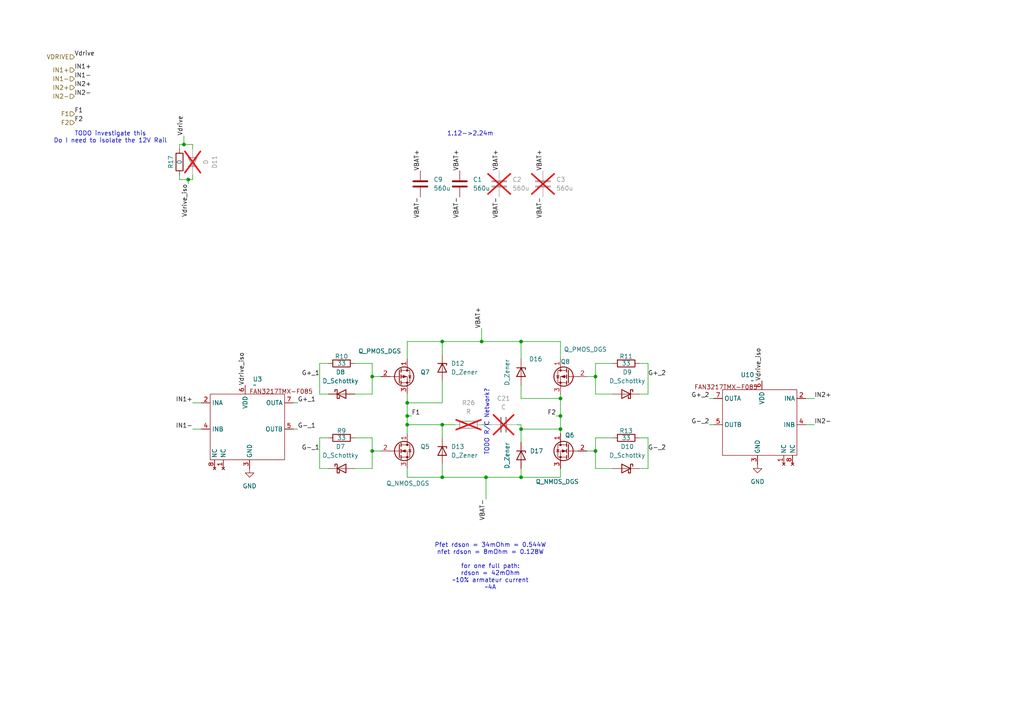
<source format=kicad_sch>
(kicad_sch
	(version 20250114)
	(generator "eeschema")
	(generator_version "9.0")
	(uuid "70dd5ec2-7cd7-4288-adaf-6c61172a4391")
	(paper "A4")
	(lib_symbols
		(symbol "Device:C"
			(pin_numbers
				(hide yes)
			)
			(pin_names
				(offset 0.254)
			)
			(exclude_from_sim no)
			(in_bom yes)
			(on_board yes)
			(property "Reference" "C"
				(at 0.635 2.54 0)
				(effects
					(font
						(size 1.27 1.27)
					)
					(justify left)
				)
			)
			(property "Value" "C"
				(at 0.635 -2.54 0)
				(effects
					(font
						(size 1.27 1.27)
					)
					(justify left)
				)
			)
			(property "Footprint" ""
				(at 0.9652 -3.81 0)
				(effects
					(font
						(size 1.27 1.27)
					)
					(hide yes)
				)
			)
			(property "Datasheet" "~"
				(at 0 0 0)
				(effects
					(font
						(size 1.27 1.27)
					)
					(hide yes)
				)
			)
			(property "Description" "Unpolarized capacitor"
				(at 0 0 0)
				(effects
					(font
						(size 1.27 1.27)
					)
					(hide yes)
				)
			)
			(property "ki_keywords" "cap capacitor"
				(at 0 0 0)
				(effects
					(font
						(size 1.27 1.27)
					)
					(hide yes)
				)
			)
			(property "ki_fp_filters" "C_*"
				(at 0 0 0)
				(effects
					(font
						(size 1.27 1.27)
					)
					(hide yes)
				)
			)
			(symbol "C_0_1"
				(polyline
					(pts
						(xy -2.032 0.762) (xy 2.032 0.762)
					)
					(stroke
						(width 0.508)
						(type default)
					)
					(fill
						(type none)
					)
				)
				(polyline
					(pts
						(xy -2.032 -0.762) (xy 2.032 -0.762)
					)
					(stroke
						(width 0.508)
						(type default)
					)
					(fill
						(type none)
					)
				)
			)
			(symbol "C_1_1"
				(pin passive line
					(at 0 3.81 270)
					(length 2.794)
					(name "~"
						(effects
							(font
								(size 1.27 1.27)
							)
						)
					)
					(number "1"
						(effects
							(font
								(size 1.27 1.27)
							)
						)
					)
				)
				(pin passive line
					(at 0 -3.81 90)
					(length 2.794)
					(name "~"
						(effects
							(font
								(size 1.27 1.27)
							)
						)
					)
					(number "2"
						(effects
							(font
								(size 1.27 1.27)
							)
						)
					)
				)
			)
			(embedded_fonts no)
		)
		(symbol "Device:D"
			(pin_numbers
				(hide yes)
			)
			(pin_names
				(offset 1.016)
				(hide yes)
			)
			(exclude_from_sim no)
			(in_bom yes)
			(on_board yes)
			(property "Reference" "D"
				(at 0 2.54 0)
				(effects
					(font
						(size 1.27 1.27)
					)
				)
			)
			(property "Value" "D"
				(at 0 -2.54 0)
				(effects
					(font
						(size 1.27 1.27)
					)
				)
			)
			(property "Footprint" ""
				(at 0 0 0)
				(effects
					(font
						(size 1.27 1.27)
					)
					(hide yes)
				)
			)
			(property "Datasheet" "~"
				(at 0 0 0)
				(effects
					(font
						(size 1.27 1.27)
					)
					(hide yes)
				)
			)
			(property "Description" "Diode"
				(at 0 0 0)
				(effects
					(font
						(size 1.27 1.27)
					)
					(hide yes)
				)
			)
			(property "Sim.Device" "D"
				(at 0 0 0)
				(effects
					(font
						(size 1.27 1.27)
					)
					(hide yes)
				)
			)
			(property "Sim.Pins" "1=K 2=A"
				(at 0 0 0)
				(effects
					(font
						(size 1.27 1.27)
					)
					(hide yes)
				)
			)
			(property "ki_keywords" "diode"
				(at 0 0 0)
				(effects
					(font
						(size 1.27 1.27)
					)
					(hide yes)
				)
			)
			(property "ki_fp_filters" "TO-???* *_Diode_* *SingleDiode* D_*"
				(at 0 0 0)
				(effects
					(font
						(size 1.27 1.27)
					)
					(hide yes)
				)
			)
			(symbol "D_0_1"
				(polyline
					(pts
						(xy -1.27 1.27) (xy -1.27 -1.27)
					)
					(stroke
						(width 0.254)
						(type default)
					)
					(fill
						(type none)
					)
				)
				(polyline
					(pts
						(xy 1.27 1.27) (xy 1.27 -1.27) (xy -1.27 0) (xy 1.27 1.27)
					)
					(stroke
						(width 0.254)
						(type default)
					)
					(fill
						(type none)
					)
				)
				(polyline
					(pts
						(xy 1.27 0) (xy -1.27 0)
					)
					(stroke
						(width 0)
						(type default)
					)
					(fill
						(type none)
					)
				)
			)
			(symbol "D_1_1"
				(pin passive line
					(at -3.81 0 0)
					(length 2.54)
					(name "K"
						(effects
							(font
								(size 1.27 1.27)
							)
						)
					)
					(number "1"
						(effects
							(font
								(size 1.27 1.27)
							)
						)
					)
				)
				(pin passive line
					(at 3.81 0 180)
					(length 2.54)
					(name "A"
						(effects
							(font
								(size 1.27 1.27)
							)
						)
					)
					(number "2"
						(effects
							(font
								(size 1.27 1.27)
							)
						)
					)
				)
			)
			(embedded_fonts no)
		)
		(symbol "Device:D_Schottky"
			(pin_numbers
				(hide yes)
			)
			(pin_names
				(offset 1.016)
				(hide yes)
			)
			(exclude_from_sim no)
			(in_bom yes)
			(on_board yes)
			(property "Reference" "D"
				(at 0 2.54 0)
				(effects
					(font
						(size 1.27 1.27)
					)
				)
			)
			(property "Value" "D_Schottky"
				(at 0 -2.54 0)
				(effects
					(font
						(size 1.27 1.27)
					)
				)
			)
			(property "Footprint" ""
				(at 0 0 0)
				(effects
					(font
						(size 1.27 1.27)
					)
					(hide yes)
				)
			)
			(property "Datasheet" "~"
				(at 0 0 0)
				(effects
					(font
						(size 1.27 1.27)
					)
					(hide yes)
				)
			)
			(property "Description" "Schottky diode"
				(at 0 0 0)
				(effects
					(font
						(size 1.27 1.27)
					)
					(hide yes)
				)
			)
			(property "ki_keywords" "diode Schottky"
				(at 0 0 0)
				(effects
					(font
						(size 1.27 1.27)
					)
					(hide yes)
				)
			)
			(property "ki_fp_filters" "TO-???* *_Diode_* *SingleDiode* D_*"
				(at 0 0 0)
				(effects
					(font
						(size 1.27 1.27)
					)
					(hide yes)
				)
			)
			(symbol "D_Schottky_0_1"
				(polyline
					(pts
						(xy -1.905 0.635) (xy -1.905 1.27) (xy -1.27 1.27) (xy -1.27 -1.27) (xy -0.635 -1.27) (xy -0.635 -0.635)
					)
					(stroke
						(width 0.254)
						(type default)
					)
					(fill
						(type none)
					)
				)
				(polyline
					(pts
						(xy 1.27 1.27) (xy 1.27 -1.27) (xy -1.27 0) (xy 1.27 1.27)
					)
					(stroke
						(width 0.254)
						(type default)
					)
					(fill
						(type none)
					)
				)
				(polyline
					(pts
						(xy 1.27 0) (xy -1.27 0)
					)
					(stroke
						(width 0)
						(type default)
					)
					(fill
						(type none)
					)
				)
			)
			(symbol "D_Schottky_1_1"
				(pin passive line
					(at -3.81 0 0)
					(length 2.54)
					(name "K"
						(effects
							(font
								(size 1.27 1.27)
							)
						)
					)
					(number "1"
						(effects
							(font
								(size 1.27 1.27)
							)
						)
					)
				)
				(pin passive line
					(at 3.81 0 180)
					(length 2.54)
					(name "A"
						(effects
							(font
								(size 1.27 1.27)
							)
						)
					)
					(number "2"
						(effects
							(font
								(size 1.27 1.27)
							)
						)
					)
				)
			)
			(embedded_fonts no)
		)
		(symbol "Device:D_Zener"
			(pin_numbers
				(hide yes)
			)
			(pin_names
				(offset 1.016)
				(hide yes)
			)
			(exclude_from_sim no)
			(in_bom yes)
			(on_board yes)
			(property "Reference" "D"
				(at 0 2.54 0)
				(effects
					(font
						(size 1.27 1.27)
					)
				)
			)
			(property "Value" "D_Zener"
				(at 0 -2.54 0)
				(effects
					(font
						(size 1.27 1.27)
					)
				)
			)
			(property "Footprint" ""
				(at 0 0 0)
				(effects
					(font
						(size 1.27 1.27)
					)
					(hide yes)
				)
			)
			(property "Datasheet" "~"
				(at 0 0 0)
				(effects
					(font
						(size 1.27 1.27)
					)
					(hide yes)
				)
			)
			(property "Description" "Zener diode"
				(at 0 0 0)
				(effects
					(font
						(size 1.27 1.27)
					)
					(hide yes)
				)
			)
			(property "ki_keywords" "diode"
				(at 0 0 0)
				(effects
					(font
						(size 1.27 1.27)
					)
					(hide yes)
				)
			)
			(property "ki_fp_filters" "TO-???* *_Diode_* *SingleDiode* D_*"
				(at 0 0 0)
				(effects
					(font
						(size 1.27 1.27)
					)
					(hide yes)
				)
			)
			(symbol "D_Zener_0_1"
				(polyline
					(pts
						(xy -1.27 -1.27) (xy -1.27 1.27) (xy -0.762 1.27)
					)
					(stroke
						(width 0.254)
						(type default)
					)
					(fill
						(type none)
					)
				)
				(polyline
					(pts
						(xy 1.27 0) (xy -1.27 0)
					)
					(stroke
						(width 0)
						(type default)
					)
					(fill
						(type none)
					)
				)
				(polyline
					(pts
						(xy 1.27 -1.27) (xy 1.27 1.27) (xy -1.27 0) (xy 1.27 -1.27)
					)
					(stroke
						(width 0.254)
						(type default)
					)
					(fill
						(type none)
					)
				)
			)
			(symbol "D_Zener_1_1"
				(pin passive line
					(at -3.81 0 0)
					(length 2.54)
					(name "K"
						(effects
							(font
								(size 1.27 1.27)
							)
						)
					)
					(number "1"
						(effects
							(font
								(size 1.27 1.27)
							)
						)
					)
				)
				(pin passive line
					(at 3.81 0 180)
					(length 2.54)
					(name "A"
						(effects
							(font
								(size 1.27 1.27)
							)
						)
					)
					(number "2"
						(effects
							(font
								(size 1.27 1.27)
							)
						)
					)
				)
			)
			(embedded_fonts no)
		)
		(symbol "Device:R"
			(pin_numbers
				(hide yes)
			)
			(pin_names
				(offset 0)
			)
			(exclude_from_sim no)
			(in_bom yes)
			(on_board yes)
			(property "Reference" "R"
				(at 2.032 0 90)
				(effects
					(font
						(size 1.27 1.27)
					)
				)
			)
			(property "Value" "R"
				(at 0 0 90)
				(effects
					(font
						(size 1.27 1.27)
					)
				)
			)
			(property "Footprint" ""
				(at -1.778 0 90)
				(effects
					(font
						(size 1.27 1.27)
					)
					(hide yes)
				)
			)
			(property "Datasheet" "~"
				(at 0 0 0)
				(effects
					(font
						(size 1.27 1.27)
					)
					(hide yes)
				)
			)
			(property "Description" "Resistor"
				(at 0 0 0)
				(effects
					(font
						(size 1.27 1.27)
					)
					(hide yes)
				)
			)
			(property "ki_keywords" "R res resistor"
				(at 0 0 0)
				(effects
					(font
						(size 1.27 1.27)
					)
					(hide yes)
				)
			)
			(property "ki_fp_filters" "R_*"
				(at 0 0 0)
				(effects
					(font
						(size 1.27 1.27)
					)
					(hide yes)
				)
			)
			(symbol "R_0_1"
				(rectangle
					(start -1.016 -2.54)
					(end 1.016 2.54)
					(stroke
						(width 0.254)
						(type default)
					)
					(fill
						(type none)
					)
				)
			)
			(symbol "R_1_1"
				(pin passive line
					(at 0 3.81 270)
					(length 1.27)
					(name "~"
						(effects
							(font
								(size 1.27 1.27)
							)
						)
					)
					(number "1"
						(effects
							(font
								(size 1.27 1.27)
							)
						)
					)
				)
				(pin passive line
					(at 0 -3.81 90)
					(length 1.27)
					(name "~"
						(effects
							(font
								(size 1.27 1.27)
							)
						)
					)
					(number "2"
						(effects
							(font
								(size 1.27 1.27)
							)
						)
					)
				)
			)
			(embedded_fonts no)
		)
		(symbol "New_Library:FAN3217"
			(exclude_from_sim no)
			(in_bom yes)
			(on_board yes)
			(property "Reference" "U"
				(at -7.874 0.762 0)
				(effects
					(font
						(size 1.27 1.27)
					)
				)
			)
			(property "Value" ""
				(at 0 0 0)
				(effects
					(font
						(size 1.27 1.27)
					)
				)
			)
			(property "Footprint" ""
				(at 0 0 0)
				(effects
					(font
						(size 1.27 1.27)
					)
					(hide yes)
				)
			)
			(property "Datasheet" ""
				(at 0 0 0)
				(effects
					(font
						(size 1.27 1.27)
					)
					(hide yes)
				)
			)
			(property "Description" ""
				(at 0 0 0)
				(effects
					(font
						(size 1.27 1.27)
					)
					(hide yes)
				)
			)
			(symbol "FAN3217_0_0"
				(pin input line
					(at -13.97 -2.54 0)
					(length 2.54)
					(name "INA"
						(effects
							(font
								(size 1.27 1.27)
							)
						)
					)
					(number "2"
						(effects
							(font
								(size 1.27 1.27)
							)
						)
					)
				)
				(pin input line
					(at -13.97 -10.16 0)
					(length 2.54)
					(name "INB"
						(effects
							(font
								(size 1.27 1.27)
							)
						)
					)
					(number "4"
						(effects
							(font
								(size 1.27 1.27)
							)
						)
					)
				)
				(pin no_connect line
					(at -10.16 -21.59 90)
					(length 2.54)
					(name "NC"
						(effects
							(font
								(size 1.27 1.27)
							)
						)
					)
					(number "8"
						(effects
							(font
								(size 1.27 1.27)
							)
						)
					)
				)
				(pin no_connect line
					(at -7.62 -21.59 90)
					(length 2.54)
					(name "NC"
						(effects
							(font
								(size 1.27 1.27)
							)
						)
					)
					(number "1"
						(effects
							(font
								(size 1.27 1.27)
							)
						)
					)
				)
				(pin power_in line
					(at -1.27 2.54 270)
					(length 2.54)
					(name "VDD"
						(effects
							(font
								(size 1.27 1.27)
							)
						)
					)
					(number "6"
						(effects
							(font
								(size 1.27 1.27)
							)
						)
					)
				)
				(pin power_in line
					(at 0 -21.59 90)
					(length 2.54)
					(name "GND"
						(effects
							(font
								(size 1.27 1.27)
							)
						)
					)
					(number "3"
						(effects
							(font
								(size 1.27 1.27)
							)
						)
					)
				)
				(pin output line
					(at 12.7 -2.54 180)
					(length 2.54)
					(name "OUTA"
						(effects
							(font
								(size 1.27 1.27)
							)
						)
					)
					(number "7"
						(effects
							(font
								(size 1.27 1.27)
							)
						)
					)
				)
				(pin output line
					(at 12.7 -10.16 180)
					(length 2.54)
					(name "OUTB"
						(effects
							(font
								(size 1.27 1.27)
							)
						)
					)
					(number "5"
						(effects
							(font
								(size 1.27 1.27)
							)
						)
					)
				)
			)
			(symbol "FAN3217_1_1"
				(rectangle
					(start -11.43 0)
					(end 10.16 -19.05)
					(stroke
						(width 0)
						(type default)
					)
					(fill
						(type none)
					)
				)
				(text "FAN3217TMX-F085"
					(at 9.144 0.762 0)
					(effects
						(font
							(size 1.27 1.27)
						)
					)
				)
			)
			(embedded_fonts no)
		)
		(symbol "Transistor_FET:Q_NMOS_DGS"
			(pin_names
				(offset 0)
				(hide yes)
			)
			(exclude_from_sim no)
			(in_bom yes)
			(on_board yes)
			(property "Reference" "Q"
				(at 5.08 1.905 0)
				(effects
					(font
						(size 1.27 1.27)
					)
					(justify left)
				)
			)
			(property "Value" "Q_NMOS_DGS"
				(at 5.08 0 0)
				(effects
					(font
						(size 1.27 1.27)
					)
					(justify left)
				)
			)
			(property "Footprint" ""
				(at 5.08 2.54 0)
				(effects
					(font
						(size 1.27 1.27)
					)
					(hide yes)
				)
			)
			(property "Datasheet" "~"
				(at 0 0 0)
				(effects
					(font
						(size 1.27 1.27)
					)
					(hide yes)
				)
			)
			(property "Description" "N-MOSFET transistor, drain/gate/source"
				(at 0 0 0)
				(effects
					(font
						(size 1.27 1.27)
					)
					(hide yes)
				)
			)
			(property "ki_keywords" "transistor NMOS N-MOS N-MOSFET"
				(at 0 0 0)
				(effects
					(font
						(size 1.27 1.27)
					)
					(hide yes)
				)
			)
			(symbol "Q_NMOS_DGS_0_1"
				(polyline
					(pts
						(xy 0.254 1.905) (xy 0.254 -1.905)
					)
					(stroke
						(width 0.254)
						(type default)
					)
					(fill
						(type none)
					)
				)
				(polyline
					(pts
						(xy 0.254 0) (xy -2.54 0)
					)
					(stroke
						(width 0)
						(type default)
					)
					(fill
						(type none)
					)
				)
				(polyline
					(pts
						(xy 0.762 2.286) (xy 0.762 1.27)
					)
					(stroke
						(width 0.254)
						(type default)
					)
					(fill
						(type none)
					)
				)
				(polyline
					(pts
						(xy 0.762 0.508) (xy 0.762 -0.508)
					)
					(stroke
						(width 0.254)
						(type default)
					)
					(fill
						(type none)
					)
				)
				(polyline
					(pts
						(xy 0.762 -1.27) (xy 0.762 -2.286)
					)
					(stroke
						(width 0.254)
						(type default)
					)
					(fill
						(type none)
					)
				)
				(polyline
					(pts
						(xy 0.762 -1.778) (xy 3.302 -1.778) (xy 3.302 1.778) (xy 0.762 1.778)
					)
					(stroke
						(width 0)
						(type default)
					)
					(fill
						(type none)
					)
				)
				(polyline
					(pts
						(xy 1.016 0) (xy 2.032 0.381) (xy 2.032 -0.381) (xy 1.016 0)
					)
					(stroke
						(width 0)
						(type default)
					)
					(fill
						(type outline)
					)
				)
				(circle
					(center 1.651 0)
					(radius 2.794)
					(stroke
						(width 0.254)
						(type default)
					)
					(fill
						(type none)
					)
				)
				(polyline
					(pts
						(xy 2.54 2.54) (xy 2.54 1.778)
					)
					(stroke
						(width 0)
						(type default)
					)
					(fill
						(type none)
					)
				)
				(circle
					(center 2.54 1.778)
					(radius 0.254)
					(stroke
						(width 0)
						(type default)
					)
					(fill
						(type outline)
					)
				)
				(circle
					(center 2.54 -1.778)
					(radius 0.254)
					(stroke
						(width 0)
						(type default)
					)
					(fill
						(type outline)
					)
				)
				(polyline
					(pts
						(xy 2.54 -2.54) (xy 2.54 0) (xy 0.762 0)
					)
					(stroke
						(width 0)
						(type default)
					)
					(fill
						(type none)
					)
				)
				(polyline
					(pts
						(xy 2.921 0.381) (xy 3.683 0.381)
					)
					(stroke
						(width 0)
						(type default)
					)
					(fill
						(type none)
					)
				)
				(polyline
					(pts
						(xy 3.302 0.381) (xy 2.921 -0.254) (xy 3.683 -0.254) (xy 3.302 0.381)
					)
					(stroke
						(width 0)
						(type default)
					)
					(fill
						(type none)
					)
				)
			)
			(symbol "Q_NMOS_DGS_1_1"
				(pin input line
					(at -5.08 0 0)
					(length 2.54)
					(name "G"
						(effects
							(font
								(size 1.27 1.27)
							)
						)
					)
					(number "2"
						(effects
							(font
								(size 1.27 1.27)
							)
						)
					)
				)
				(pin passive line
					(at 2.54 5.08 270)
					(length 2.54)
					(name "D"
						(effects
							(font
								(size 1.27 1.27)
							)
						)
					)
					(number "1"
						(effects
							(font
								(size 1.27 1.27)
							)
						)
					)
				)
				(pin passive line
					(at 2.54 -5.08 90)
					(length 2.54)
					(name "S"
						(effects
							(font
								(size 1.27 1.27)
							)
						)
					)
					(number "3"
						(effects
							(font
								(size 1.27 1.27)
							)
						)
					)
				)
			)
			(embedded_fonts no)
		)
		(symbol "Transistor_FET:Q_PMOS_DGS"
			(pin_names
				(offset 0)
				(hide yes)
			)
			(exclude_from_sim no)
			(in_bom yes)
			(on_board yes)
			(property "Reference" "Q"
				(at 5.08 1.905 0)
				(effects
					(font
						(size 1.27 1.27)
					)
					(justify left)
				)
			)
			(property "Value" "Q_PMOS_DGS"
				(at 5.08 0 0)
				(effects
					(font
						(size 1.27 1.27)
					)
					(justify left)
				)
			)
			(property "Footprint" ""
				(at 5.08 2.54 0)
				(effects
					(font
						(size 1.27 1.27)
					)
					(hide yes)
				)
			)
			(property "Datasheet" "~"
				(at 0 0 0)
				(effects
					(font
						(size 1.27 1.27)
					)
					(hide yes)
				)
			)
			(property "Description" "P-MOSFET transistor, drain/gate/source"
				(at 0 0 0)
				(effects
					(font
						(size 1.27 1.27)
					)
					(hide yes)
				)
			)
			(property "ki_keywords" "transistor PMOS P-MOS P-MOSFET"
				(at 0 0 0)
				(effects
					(font
						(size 1.27 1.27)
					)
					(hide yes)
				)
			)
			(symbol "Q_PMOS_DGS_0_1"
				(polyline
					(pts
						(xy 0.254 1.905) (xy 0.254 -1.905)
					)
					(stroke
						(width 0.254)
						(type default)
					)
					(fill
						(type none)
					)
				)
				(polyline
					(pts
						(xy 0.254 0) (xy -2.54 0)
					)
					(stroke
						(width 0)
						(type default)
					)
					(fill
						(type none)
					)
				)
				(polyline
					(pts
						(xy 0.762 2.286) (xy 0.762 1.27)
					)
					(stroke
						(width 0.254)
						(type default)
					)
					(fill
						(type none)
					)
				)
				(polyline
					(pts
						(xy 0.762 1.778) (xy 3.302 1.778) (xy 3.302 -1.778) (xy 0.762 -1.778)
					)
					(stroke
						(width 0)
						(type default)
					)
					(fill
						(type none)
					)
				)
				(polyline
					(pts
						(xy 0.762 0.508) (xy 0.762 -0.508)
					)
					(stroke
						(width 0.254)
						(type default)
					)
					(fill
						(type none)
					)
				)
				(polyline
					(pts
						(xy 0.762 -1.27) (xy 0.762 -2.286)
					)
					(stroke
						(width 0.254)
						(type default)
					)
					(fill
						(type none)
					)
				)
				(circle
					(center 1.651 0)
					(radius 2.794)
					(stroke
						(width 0.254)
						(type default)
					)
					(fill
						(type none)
					)
				)
				(polyline
					(pts
						(xy 2.286 0) (xy 1.27 0.381) (xy 1.27 -0.381) (xy 2.286 0)
					)
					(stroke
						(width 0)
						(type default)
					)
					(fill
						(type outline)
					)
				)
				(polyline
					(pts
						(xy 2.54 2.54) (xy 2.54 1.778)
					)
					(stroke
						(width 0)
						(type default)
					)
					(fill
						(type none)
					)
				)
				(circle
					(center 2.54 1.778)
					(radius 0.254)
					(stroke
						(width 0)
						(type default)
					)
					(fill
						(type outline)
					)
				)
				(circle
					(center 2.54 -1.778)
					(radius 0.254)
					(stroke
						(width 0)
						(type default)
					)
					(fill
						(type outline)
					)
				)
				(polyline
					(pts
						(xy 2.54 -2.54) (xy 2.54 0) (xy 0.762 0)
					)
					(stroke
						(width 0)
						(type default)
					)
					(fill
						(type none)
					)
				)
				(polyline
					(pts
						(xy 2.921 -0.381) (xy 3.683 -0.381)
					)
					(stroke
						(width 0)
						(type default)
					)
					(fill
						(type none)
					)
				)
				(polyline
					(pts
						(xy 3.302 -0.381) (xy 2.921 0.254) (xy 3.683 0.254) (xy 3.302 -0.381)
					)
					(stroke
						(width 0)
						(type default)
					)
					(fill
						(type none)
					)
				)
			)
			(symbol "Q_PMOS_DGS_1_1"
				(pin input line
					(at -5.08 0 0)
					(length 2.54)
					(name "G"
						(effects
							(font
								(size 1.27 1.27)
							)
						)
					)
					(number "2"
						(effects
							(font
								(size 1.27 1.27)
							)
						)
					)
				)
				(pin passive line
					(at 2.54 5.08 270)
					(length 2.54)
					(name "D"
						(effects
							(font
								(size 1.27 1.27)
							)
						)
					)
					(number "1"
						(effects
							(font
								(size 1.27 1.27)
							)
						)
					)
				)
				(pin passive line
					(at 2.54 -5.08 90)
					(length 2.54)
					(name "S"
						(effects
							(font
								(size 1.27 1.27)
							)
						)
					)
					(number "3"
						(effects
							(font
								(size 1.27 1.27)
							)
						)
					)
				)
			)
			(embedded_fonts no)
		)
		(symbol "power:GND"
			(power)
			(pin_numbers
				(hide yes)
			)
			(pin_names
				(offset 0)
				(hide yes)
			)
			(exclude_from_sim no)
			(in_bom yes)
			(on_board yes)
			(property "Reference" "#PWR"
				(at 0 -6.35 0)
				(effects
					(font
						(size 1.27 1.27)
					)
					(hide yes)
				)
			)
			(property "Value" "GND"
				(at 0 -3.81 0)
				(effects
					(font
						(size 1.27 1.27)
					)
				)
			)
			(property "Footprint" ""
				(at 0 0 0)
				(effects
					(font
						(size 1.27 1.27)
					)
					(hide yes)
				)
			)
			(property "Datasheet" ""
				(at 0 0 0)
				(effects
					(font
						(size 1.27 1.27)
					)
					(hide yes)
				)
			)
			(property "Description" "Power symbol creates a global label with name \"GND\" , ground"
				(at 0 0 0)
				(effects
					(font
						(size 1.27 1.27)
					)
					(hide yes)
				)
			)
			(property "ki_keywords" "global power"
				(at 0 0 0)
				(effects
					(font
						(size 1.27 1.27)
					)
					(hide yes)
				)
			)
			(symbol "GND_0_1"
				(polyline
					(pts
						(xy 0 0) (xy 0 -1.27) (xy 1.27 -1.27) (xy 0 -2.54) (xy -1.27 -1.27) (xy 0 -1.27)
					)
					(stroke
						(width 0)
						(type default)
					)
					(fill
						(type none)
					)
				)
			)
			(symbol "GND_1_1"
				(pin power_in line
					(at 0 0 270)
					(length 0)
					(name "~"
						(effects
							(font
								(size 1.27 1.27)
							)
						)
					)
					(number "1"
						(effects
							(font
								(size 1.27 1.27)
							)
						)
					)
				)
			)
			(embedded_fonts no)
		)
	)
	(text "TODO R/C Network?"
		(exclude_from_sim no)
		(at 141.224 122.428 90)
		(effects
			(font
				(size 1.27 1.27)
			)
		)
		(uuid "1895dec0-6333-476d-90cb-830201b40d92")
	)
	(text "Pfet rdson = 34mOhm = 0.544W\nnfet rdson = 8mOhm = 0.128W\n\nfor one full path:\nrdson = 42mOhm\n~10% armateur current\n~4A\n"
		(exclude_from_sim no)
		(at 142.24 164.338 0)
		(effects
			(font
				(size 1.27 1.27)
			)
		)
		(uuid "b1b7bd18-330a-4d9a-be4e-a03a2502d68a")
	)
	(text "1.12->2.24m"
		(exclude_from_sim no)
		(at 136.398 38.862 0)
		(effects
			(font
				(size 1.27 1.27)
			)
		)
		(uuid "cf015c6f-7765-45eb-bc74-b9ecc058f82d")
	)
	(text "TODO investigate this\nDo I need to isolate the 12V Rail"
		(exclude_from_sim no)
		(at 32.004 39.878 0)
		(effects
			(font
				(size 1.27 1.27)
			)
		)
		(uuid "e6f2bdbb-ebb6-48a7-bf92-8b740af02ef0")
	)
	(junction
		(at 107.95 109.22)
		(diameter 0)
		(color 0 0 0 0)
		(uuid "14b226bc-f258-4af9-8f16-5641aa255d2a")
	)
	(junction
		(at 151.13 124.46)
		(diameter 0)
		(color 0 0 0 0)
		(uuid "28120f2a-72b4-4273-a3b4-a6bde3b599e4")
	)
	(junction
		(at 107.95 130.81)
		(diameter 0)
		(color 0 0 0 0)
		(uuid "3c0cbfad-6604-4dfa-88b6-6fa880e63a5a")
	)
	(junction
		(at 118.11 120.65)
		(diameter 0)
		(color 0 0 0 0)
		(uuid "48221851-44cb-43c6-a89b-76b6aca3f6cb")
	)
	(junction
		(at 118.11 116.84)
		(diameter 0)
		(color 0 0 0 0)
		(uuid "60e222a2-3692-4702-bd29-b4885f4b584f")
	)
	(junction
		(at 162.56 124.46)
		(diameter 0)
		(color 0 0 0 0)
		(uuid "61dbb1b3-505a-46ea-a41f-136bec5142d6")
	)
	(junction
		(at 162.56 115.57)
		(diameter 0)
		(color 0 0 0 0)
		(uuid "6ac8dffe-0be4-48da-bc0d-da09ef37d25f")
	)
	(junction
		(at 118.11 123.19)
		(diameter 0)
		(color 0 0 0 0)
		(uuid "6bbbc41f-3852-4f0a-a72c-a8907fdfd3fc")
	)
	(junction
		(at 128.27 138.43)
		(diameter 0)
		(color 0 0 0 0)
		(uuid "7b2275a6-057c-4030-adc2-102ec169b760")
	)
	(junction
		(at 53.34 41.91)
		(diameter 0)
		(color 0 0 0 0)
		(uuid "7d4384bc-5fdb-469d-ae5a-f4ad0b3a12c0")
	)
	(junction
		(at 151.13 138.43)
		(diameter 0)
		(color 0 0 0 0)
		(uuid "8ad390fe-b3a3-4316-ae6e-a33a43c64b93")
	)
	(junction
		(at 151.13 99.06)
		(diameter 0)
		(color 0 0 0 0)
		(uuid "8dbd029a-e83e-429e-a2f1-df2eeb300c4f")
	)
	(junction
		(at 128.27 123.19)
		(diameter 0)
		(color 0 0 0 0)
		(uuid "a84effa6-924d-4422-afc1-ebba01fefd18")
	)
	(junction
		(at 54.61 52.07)
		(diameter 0)
		(color 0 0 0 0)
		(uuid "a8f2dc57-1ef0-42fe-917c-29febb0c1c9c")
	)
	(junction
		(at 139.7 99.06)
		(diameter 0)
		(color 0 0 0 0)
		(uuid "a96d760d-7827-4815-b2a2-d8154e79497a")
	)
	(junction
		(at 172.72 109.22)
		(diameter 0)
		(color 0 0 0 0)
		(uuid "b00324d8-1acb-4916-8e05-ac178802e7b6")
	)
	(junction
		(at 172.72 130.81)
		(diameter 0)
		(color 0 0 0 0)
		(uuid "b57979de-9240-47dc-bcd0-e925e17586c5")
	)
	(junction
		(at 162.56 120.65)
		(diameter 0)
		(color 0 0 0 0)
		(uuid "eac69f9c-295c-4c64-a116-ae3fad775d75")
	)
	(junction
		(at 128.27 99.06)
		(diameter 0)
		(color 0 0 0 0)
		(uuid "f9f179bb-f3ba-40b1-a569-051a9907ce98")
	)
	(junction
		(at 140.97 138.43)
		(diameter 0)
		(color 0 0 0 0)
		(uuid "ffd7f191-bd8f-4bda-ac65-3a79a0d5806d")
	)
	(wire
		(pts
			(xy 128.27 99.06) (xy 128.27 102.87)
		)
		(stroke
			(width 0)
			(type default)
		)
		(uuid "00c1c493-e1ee-4474-abd5-93fd173fea8f")
	)
	(wire
		(pts
			(xy 162.56 99.06) (xy 162.56 104.14)
		)
		(stroke
			(width 0)
			(type default)
		)
		(uuid "035fec08-a226-4a1d-96f5-977e5a98e96f")
	)
	(wire
		(pts
			(xy 151.13 135.89) (xy 151.13 138.43)
		)
		(stroke
			(width 0)
			(type default)
		)
		(uuid "05a0f4f0-3167-4a70-bd3b-79216322f5eb")
	)
	(wire
		(pts
			(xy 52.07 41.91) (xy 52.07 43.18)
		)
		(stroke
			(width 0)
			(type default)
		)
		(uuid "0cae4884-a2b0-4713-8ab7-86a504618063")
	)
	(wire
		(pts
			(xy 55.88 52.07) (xy 55.88 50.8)
		)
		(stroke
			(width 0)
			(type default)
		)
		(uuid "12c61b06-7611-4716-b62c-f251d086b763")
	)
	(wire
		(pts
			(xy 151.13 99.06) (xy 162.56 99.06)
		)
		(stroke
			(width 0)
			(type default)
		)
		(uuid "134febaf-46dc-436a-ad00-b759bca53d20")
	)
	(wire
		(pts
			(xy 107.95 135.89) (xy 102.87 135.89)
		)
		(stroke
			(width 0)
			(type default)
		)
		(uuid "1669a1a0-a305-4f18-9606-1f5c1be86231")
	)
	(wire
		(pts
			(xy 92.71 127) (xy 92.71 135.89)
		)
		(stroke
			(width 0)
			(type default)
		)
		(uuid "1ab035ab-492c-4dd1-8185-627d8aef0a9e")
	)
	(wire
		(pts
			(xy 151.13 128.27) (xy 151.13 124.46)
		)
		(stroke
			(width 0)
			(type default)
		)
		(uuid "1d2a3f10-ba9b-4eaa-8e4b-394ece1df987")
	)
	(wire
		(pts
			(xy 139.7 99.06) (xy 151.13 99.06)
		)
		(stroke
			(width 0)
			(type default)
		)
		(uuid "2243ecc3-0434-478d-9043-a8b8491f7615")
	)
	(wire
		(pts
			(xy 128.27 116.84) (xy 128.27 110.49)
		)
		(stroke
			(width 0)
			(type default)
		)
		(uuid "26f9ba4b-fdcb-450b-95d3-18aa449eca84")
	)
	(wire
		(pts
			(xy 177.8 105.41) (xy 172.72 105.41)
		)
		(stroke
			(width 0)
			(type default)
		)
		(uuid "27030e7c-7ea5-461b-9abb-357f753b7677")
	)
	(wire
		(pts
			(xy 92.71 127) (xy 95.25 127)
		)
		(stroke
			(width 0)
			(type default)
		)
		(uuid "2bbebe23-be66-4d63-8a22-59b9220cc2e2")
	)
	(wire
		(pts
			(xy 128.27 123.19) (xy 128.27 127)
		)
		(stroke
			(width 0)
			(type default)
		)
		(uuid "2c3ffd38-dcfc-4784-a445-7a8528f0c2e2")
	)
	(wire
		(pts
			(xy 172.72 109.22) (xy 170.18 109.22)
		)
		(stroke
			(width 0)
			(type default)
		)
		(uuid "30ae0ab1-1b9a-43da-94b6-3e421d0cd210")
	)
	(wire
		(pts
			(xy 172.72 127) (xy 172.72 130.81)
		)
		(stroke
			(width 0)
			(type default)
		)
		(uuid "34733dd4-8444-44a4-8660-c9504787b87e")
	)
	(wire
		(pts
			(xy 172.72 109.22) (xy 172.72 114.3)
		)
		(stroke
			(width 0)
			(type default)
		)
		(uuid "3655a099-c5fa-4d54-90fa-83621e403387")
	)
	(wire
		(pts
			(xy 118.11 120.65) (xy 119.38 120.65)
		)
		(stroke
			(width 0)
			(type default)
		)
		(uuid "38322242-29c2-4b6c-9cc9-e34fa299039f")
	)
	(wire
		(pts
			(xy 118.11 99.06) (xy 128.27 99.06)
		)
		(stroke
			(width 0)
			(type default)
		)
		(uuid "3a0a9889-e543-44a9-b178-3c1716a0c716")
	)
	(wire
		(pts
			(xy 172.72 135.89) (xy 177.8 135.89)
		)
		(stroke
			(width 0)
			(type default)
		)
		(uuid "3d3844f5-4326-44cf-8e19-01ec0612a2c2")
	)
	(wire
		(pts
			(xy 187.96 127) (xy 187.96 135.89)
		)
		(stroke
			(width 0)
			(type default)
		)
		(uuid "42cc6cdf-acd2-4d13-a424-cd6a845a31f2")
	)
	(wire
		(pts
			(xy 172.72 114.3) (xy 177.8 114.3)
		)
		(stroke
			(width 0)
			(type default)
		)
		(uuid "481a1ddf-40e0-4009-83da-81810c427919")
	)
	(wire
		(pts
			(xy 107.95 105.41) (xy 107.95 109.22)
		)
		(stroke
			(width 0)
			(type default)
		)
		(uuid "4a4a0e7c-976c-44ce-b378-b8b15275ea11")
	)
	(wire
		(pts
			(xy 128.27 134.62) (xy 128.27 138.43)
		)
		(stroke
			(width 0)
			(type default)
		)
		(uuid "4cab0733-7ab0-4a89-9143-3b1a0acdf46e")
	)
	(wire
		(pts
			(xy 172.72 130.81) (xy 172.72 135.89)
		)
		(stroke
			(width 0)
			(type default)
		)
		(uuid "4e11cefa-eebb-4d78-9a59-9bfbddc3b1c9")
	)
	(wire
		(pts
			(xy 207.01 123.19) (xy 205.74 123.19)
		)
		(stroke
			(width 0)
			(type default)
		)
		(uuid "4fb79d8d-fffb-43e7-b375-0a6c9b958953")
	)
	(wire
		(pts
			(xy 55.88 116.84) (xy 58.42 116.84)
		)
		(stroke
			(width 0)
			(type default)
		)
		(uuid "521c370b-913b-4690-bd6c-3a8e897a1845")
	)
	(wire
		(pts
			(xy 118.11 116.84) (xy 128.27 116.84)
		)
		(stroke
			(width 0)
			(type default)
		)
		(uuid "53c2a93e-f14e-462f-bab2-787783984122")
	)
	(wire
		(pts
			(xy 187.96 114.3) (xy 185.42 114.3)
		)
		(stroke
			(width 0)
			(type default)
		)
		(uuid "58e8fc26-39ec-450e-ac54-b4f3cc1fc263")
	)
	(wire
		(pts
			(xy 187.96 105.41) (xy 185.42 105.41)
		)
		(stroke
			(width 0)
			(type default)
		)
		(uuid "5948745c-520e-4662-b3ea-b73fd94963a4")
	)
	(wire
		(pts
			(xy 140.97 138.43) (xy 140.97 144.78)
		)
		(stroke
			(width 0)
			(type default)
		)
		(uuid "59587667-6ad3-4a21-8142-19a034395e6e")
	)
	(wire
		(pts
			(xy 92.71 114.3) (xy 95.25 114.3)
		)
		(stroke
			(width 0)
			(type default)
		)
		(uuid "5cda5f44-2e2d-412a-ac9a-ebcd04c5b476")
	)
	(wire
		(pts
			(xy 162.56 115.57) (xy 162.56 120.65)
		)
		(stroke
			(width 0)
			(type default)
		)
		(uuid "5d0c30b3-7446-400f-91c8-32f1ba1d3c03")
	)
	(wire
		(pts
			(xy 92.71 105.41) (xy 92.71 114.3)
		)
		(stroke
			(width 0)
			(type default)
		)
		(uuid "65f5ac84-9bf4-4b3b-a79f-128e8b0d019f")
	)
	(wire
		(pts
			(xy 107.95 130.81) (xy 107.95 135.89)
		)
		(stroke
			(width 0)
			(type default)
		)
		(uuid "691a5cdd-b322-4753-9125-c30907ad5dfe")
	)
	(wire
		(pts
			(xy 207.01 115.57) (xy 205.74 115.57)
		)
		(stroke
			(width 0)
			(type default)
		)
		(uuid "6e0c36ff-4162-4a41-8871-f71ddc7c9578")
	)
	(wire
		(pts
			(xy 151.13 124.46) (xy 162.56 124.46)
		)
		(stroke
			(width 0)
			(type default)
		)
		(uuid "70443f2b-7729-4eb5-8bea-77a3569d4353")
	)
	(wire
		(pts
			(xy 118.11 116.84) (xy 118.11 120.65)
		)
		(stroke
			(width 0)
			(type default)
		)
		(uuid "72039729-0492-410c-96c8-bb0506228d1d")
	)
	(wire
		(pts
			(xy 107.95 109.22) (xy 110.49 109.22)
		)
		(stroke
			(width 0)
			(type default)
		)
		(uuid "72a8f392-1fd9-4d06-a200-65b1edeaf522")
	)
	(wire
		(pts
			(xy 151.13 123.19) (xy 151.13 124.46)
		)
		(stroke
			(width 0)
			(type default)
		)
		(uuid "7351410c-1c1e-4df1-a7bd-589a5b1a4caa")
	)
	(wire
		(pts
			(xy 187.96 135.89) (xy 185.42 135.89)
		)
		(stroke
			(width 0)
			(type default)
		)
		(uuid "7ca81cca-f4d2-4dc6-8437-3838e84b734c")
	)
	(wire
		(pts
			(xy 107.95 130.81) (xy 110.49 130.81)
		)
		(stroke
			(width 0)
			(type default)
		)
		(uuid "7cc71953-9591-4ec1-843d-267d336fa309")
	)
	(wire
		(pts
			(xy 54.61 52.07) (xy 54.61 53.34)
		)
		(stroke
			(width 0)
			(type default)
		)
		(uuid "821fa85b-361b-4296-aa06-b33ed3746fbf")
	)
	(wire
		(pts
			(xy 139.7 99.06) (xy 139.7 95.25)
		)
		(stroke
			(width 0)
			(type default)
		)
		(uuid "8388091c-ba5b-421e-b0e9-af4666ed202f")
	)
	(wire
		(pts
			(xy 187.96 127) (xy 185.42 127)
		)
		(stroke
			(width 0)
			(type default)
		)
		(uuid "86fb4850-5478-46b8-9b7d-22affa6dd7bd")
	)
	(wire
		(pts
			(xy 149.86 123.19) (xy 151.13 123.19)
		)
		(stroke
			(width 0)
			(type default)
		)
		(uuid "89259daa-ff8a-41a8-871f-3249e97cea55")
	)
	(wire
		(pts
			(xy 118.11 114.3) (xy 118.11 116.84)
		)
		(stroke
			(width 0)
			(type default)
		)
		(uuid "8ce61353-fe78-4698-8e1c-3293d79099d5")
	)
	(wire
		(pts
			(xy 54.61 52.07) (xy 55.88 52.07)
		)
		(stroke
			(width 0)
			(type default)
		)
		(uuid "8da559cd-73c6-4eab-889a-1cea2ee65cfe")
	)
	(wire
		(pts
			(xy 53.34 41.91) (xy 55.88 41.91)
		)
		(stroke
			(width 0)
			(type default)
		)
		(uuid "913cd4d5-9807-4823-99a7-11bbddf5fe55")
	)
	(wire
		(pts
			(xy 118.11 123.19) (xy 118.11 125.73)
		)
		(stroke
			(width 0)
			(type default)
		)
		(uuid "9ab958fb-2480-4fd3-8a69-cb5103060714")
	)
	(wire
		(pts
			(xy 187.96 105.41) (xy 187.96 114.3)
		)
		(stroke
			(width 0)
			(type default)
		)
		(uuid "9d6dffe5-7e3a-41f3-ac32-d6f7be387ce2")
	)
	(wire
		(pts
			(xy 151.13 111.76) (xy 151.13 115.57)
		)
		(stroke
			(width 0)
			(type default)
		)
		(uuid "a231bcb7-28f9-4a9f-b272-0c714298aecb")
	)
	(wire
		(pts
			(xy 92.71 135.89) (xy 95.25 135.89)
		)
		(stroke
			(width 0)
			(type default)
		)
		(uuid "a68b5ace-56dc-4ae6-b000-1358faa13363")
	)
	(wire
		(pts
			(xy 128.27 138.43) (xy 140.97 138.43)
		)
		(stroke
			(width 0)
			(type default)
		)
		(uuid "a9342128-484a-4b03-925a-f1e3e2cc94af")
	)
	(wire
		(pts
			(xy 53.34 41.91) (xy 52.07 41.91)
		)
		(stroke
			(width 0)
			(type default)
		)
		(uuid "aa4b780b-a1ad-43f8-bd08-f5396910b15f")
	)
	(wire
		(pts
			(xy 151.13 99.06) (xy 151.13 104.14)
		)
		(stroke
			(width 0)
			(type default)
		)
		(uuid "abc41f31-ff3f-45c0-b0b9-0dd2f2d8f63a")
	)
	(wire
		(pts
			(xy 118.11 120.65) (xy 118.11 123.19)
		)
		(stroke
			(width 0)
			(type default)
		)
		(uuid "acc2f46d-b0a2-43c7-b707-15be51b09169")
	)
	(wire
		(pts
			(xy 118.11 123.19) (xy 128.27 123.19)
		)
		(stroke
			(width 0)
			(type default)
		)
		(uuid "adc515e6-ce6c-4fe3-bf7c-75ed69c1d46d")
	)
	(wire
		(pts
			(xy 107.95 127) (xy 107.95 130.81)
		)
		(stroke
			(width 0)
			(type default)
		)
		(uuid "b2fb4e58-55aa-4099-8af5-ece876bac184")
	)
	(wire
		(pts
			(xy 172.72 105.41) (xy 172.72 109.22)
		)
		(stroke
			(width 0)
			(type default)
		)
		(uuid "b540f82b-bcdf-4dc0-8c95-7a2a6e512aa2")
	)
	(wire
		(pts
			(xy 162.56 138.43) (xy 162.56 135.89)
		)
		(stroke
			(width 0)
			(type default)
		)
		(uuid "b7441929-0114-49ca-b1eb-1d52675db33a")
	)
	(wire
		(pts
			(xy 236.22 115.57) (xy 233.68 115.57)
		)
		(stroke
			(width 0)
			(type default)
		)
		(uuid "b7553952-c9a2-4a0c-8d64-10e667c504fb")
	)
	(wire
		(pts
			(xy 151.13 138.43) (xy 162.56 138.43)
		)
		(stroke
			(width 0)
			(type default)
		)
		(uuid "b96f818d-e0c4-4dc2-96a5-a07dfb411e0f")
	)
	(wire
		(pts
			(xy 162.56 120.65) (xy 162.56 124.46)
		)
		(stroke
			(width 0)
			(type default)
		)
		(uuid "bb1db538-8dcf-4f05-bac4-bcb900c69a49")
	)
	(wire
		(pts
			(xy 102.87 127) (xy 107.95 127)
		)
		(stroke
			(width 0)
			(type default)
		)
		(uuid "bdb08d61-168e-4f98-916d-b55a568cca51")
	)
	(wire
		(pts
			(xy 151.13 115.57) (xy 162.56 115.57)
		)
		(stroke
			(width 0)
			(type default)
		)
		(uuid "beb1fa1d-1c95-4df6-8f7d-40431d751c56")
	)
	(wire
		(pts
			(xy 118.11 135.89) (xy 118.11 138.43)
		)
		(stroke
			(width 0)
			(type default)
		)
		(uuid "c28a0129-9eaf-4972-83dc-7bbee8807341")
	)
	(wire
		(pts
			(xy 140.97 138.43) (xy 151.13 138.43)
		)
		(stroke
			(width 0)
			(type default)
		)
		(uuid "c352ca6e-9f0f-46eb-aea9-ae0e99d779c8")
	)
	(wire
		(pts
			(xy 92.71 105.41) (xy 95.25 105.41)
		)
		(stroke
			(width 0)
			(type default)
		)
		(uuid "c46b7bf8-71b6-4088-abe9-07ac61944491")
	)
	(wire
		(pts
			(xy 102.87 105.41) (xy 107.95 105.41)
		)
		(stroke
			(width 0)
			(type default)
		)
		(uuid "c837ac99-99c1-4440-81be-29f2c4a88bb5")
	)
	(wire
		(pts
			(xy 85.09 116.84) (xy 86.36 116.84)
		)
		(stroke
			(width 0)
			(type default)
		)
		(uuid "c8a52f9b-cf75-4680-b7f0-3a1878909278")
	)
	(wire
		(pts
			(xy 162.56 114.3) (xy 162.56 115.57)
		)
		(stroke
			(width 0)
			(type default)
		)
		(uuid "ce9384cd-f47d-48a3-87b8-4271ae27a0b0")
	)
	(wire
		(pts
			(xy 52.07 52.07) (xy 54.61 52.07)
		)
		(stroke
			(width 0)
			(type default)
		)
		(uuid "d06334fd-e30c-46cc-935b-7009ae7e1ab3")
	)
	(wire
		(pts
			(xy 55.88 41.91) (xy 55.88 43.18)
		)
		(stroke
			(width 0)
			(type default)
		)
		(uuid "d5b751bc-84c8-4399-bf1a-9670ef15feda")
	)
	(wire
		(pts
			(xy 85.09 124.46) (xy 86.36 124.46)
		)
		(stroke
			(width 0)
			(type default)
		)
		(uuid "d8084d4b-2402-4690-b48d-31d5c4068754")
	)
	(wire
		(pts
			(xy 58.42 124.46) (xy 55.88 124.46)
		)
		(stroke
			(width 0)
			(type default)
		)
		(uuid "dba02320-90ad-4256-9257-0afc1f49a60d")
	)
	(wire
		(pts
			(xy 233.68 123.19) (xy 236.22 123.19)
		)
		(stroke
			(width 0)
			(type default)
		)
		(uuid "e1dc4c08-abb4-47ea-925a-6339b98bf7f0")
	)
	(wire
		(pts
			(xy 161.29 120.65) (xy 162.56 120.65)
		)
		(stroke
			(width 0)
			(type default)
		)
		(uuid "e4774f02-62fe-498b-a6b0-e9210bd30fdf")
	)
	(wire
		(pts
			(xy 52.07 50.8) (xy 52.07 52.07)
		)
		(stroke
			(width 0)
			(type default)
		)
		(uuid "e624da58-6894-41ae-b131-85e4093532e6")
	)
	(wire
		(pts
			(xy 53.34 39.37) (xy 53.34 41.91)
		)
		(stroke
			(width 0)
			(type default)
		)
		(uuid "e68b4652-b03b-4b44-8368-1aa008bd9b68")
	)
	(wire
		(pts
			(xy 172.72 130.81) (xy 170.18 130.81)
		)
		(stroke
			(width 0)
			(type default)
		)
		(uuid "e8183ef4-243b-4369-bc87-258c30fbb2fc")
	)
	(wire
		(pts
			(xy 118.11 138.43) (xy 128.27 138.43)
		)
		(stroke
			(width 0)
			(type default)
		)
		(uuid "ea1ca85f-e13e-4f2c-ace9-38010853896a")
	)
	(wire
		(pts
			(xy 128.27 99.06) (xy 139.7 99.06)
		)
		(stroke
			(width 0)
			(type default)
		)
		(uuid "ec3bea1f-ea56-4e37-adf4-4b84a29283a8")
	)
	(wire
		(pts
			(xy 177.8 127) (xy 172.72 127)
		)
		(stroke
			(width 0)
			(type default)
		)
		(uuid "edf239ff-ccfb-447e-83f4-29438d5aeac9")
	)
	(wire
		(pts
			(xy 162.56 124.46) (xy 162.56 125.73)
		)
		(stroke
			(width 0)
			(type default)
		)
		(uuid "ee410b9b-6bad-41da-a54b-d4295a626fa7")
	)
	(wire
		(pts
			(xy 139.7 123.19) (xy 142.24 123.19)
		)
		(stroke
			(width 0)
			(type default)
		)
		(uuid "f15cfdd7-0c39-448c-81fe-c48e7f8ac946")
	)
	(wire
		(pts
			(xy 107.95 114.3) (xy 102.87 114.3)
		)
		(stroke
			(width 0)
			(type default)
		)
		(uuid "f3421ca9-f91e-423f-9622-17b96c030bf3")
	)
	(wire
		(pts
			(xy 118.11 104.14) (xy 118.11 99.06)
		)
		(stroke
			(width 0)
			(type default)
		)
		(uuid "f63ac966-7132-4223-af6a-31177700dff9")
	)
	(wire
		(pts
			(xy 107.95 109.22) (xy 107.95 114.3)
		)
		(stroke
			(width 0)
			(type default)
		)
		(uuid "fc93e9eb-7525-4c0f-8f41-bef3acdd2e5b")
	)
	(wire
		(pts
			(xy 128.27 123.19) (xy 132.08 123.19)
		)
		(stroke
			(width 0)
			(type default)
		)
		(uuid "ff5fde85-59fa-41ad-9565-5af3253bf94d")
	)
	(label "G+_2"
		(at 205.74 115.57 180)
		(effects
			(font
				(size 1.27 1.27)
			)
			(justify right bottom)
		)
		(uuid "093cba5b-f238-4e55-8d55-7a01e336129f")
	)
	(label "Vdrive_iso"
		(at 71.12 111.76 90)
		(effects
			(font
				(size 1.27 1.27)
			)
			(justify left bottom)
		)
		(uuid "0cbb1800-ff5d-475e-ace3-795c6233aac2")
	)
	(label "VBAT-"
		(at 133.35 57.15 270)
		(effects
			(font
				(size 1.27 1.27)
			)
			(justify right bottom)
		)
		(uuid "10ec19d4-640f-4abf-919c-db1c14825d5a")
	)
	(label "G+_1"
		(at 92.71 109.22 180)
		(effects
			(font
				(size 1.27 1.27)
			)
			(justify right bottom)
		)
		(uuid "236a50e0-dc39-479e-97de-d1f0f68b465b")
	)
	(label "VBAT+"
		(at 133.35 49.53 90)
		(effects
			(font
				(size 1.27 1.27)
			)
			(justify left bottom)
		)
		(uuid "260e25c7-3764-4119-9f00-c08192bb72a3")
	)
	(label "G+_1"
		(at 86.36 116.84 0)
		(effects
			(font
				(size 1.27 1.27)
			)
			(justify left bottom)
		)
		(uuid "273f9274-63c8-4ef0-b2ca-9342f344764e")
	)
	(label "Vdrive"
		(at 21.59 16.51 0)
		(effects
			(font
				(size 1.27 1.27)
			)
			(justify left bottom)
		)
		(uuid "28138418-8961-4840-b84d-39458f9354e9")
	)
	(label "Vdrive_iso"
		(at 54.61 53.34 270)
		(effects
			(font
				(size 1.27 1.27)
			)
			(justify right bottom)
		)
		(uuid "3316b8e3-5269-432b-aba1-001bc4f25175")
	)
	(label "IN2+"
		(at 236.22 115.57 0)
		(effects
			(font
				(size 1.27 1.27)
			)
			(justify left bottom)
		)
		(uuid "356b62b3-0bf0-4609-8c72-b8a4b387fb3f")
	)
	(label "Vdrive"
		(at 53.34 39.37 90)
		(effects
			(font
				(size 1.27 1.27)
			)
			(justify left bottom)
		)
		(uuid "36a5475e-8a25-46cb-beb9-861e17b6ad75")
	)
	(label "IN1-"
		(at 55.88 124.46 180)
		(effects
			(font
				(size 1.27 1.27)
			)
			(justify right bottom)
		)
		(uuid "39c8cb53-2fab-4fe8-9aa6-581253e6acc5")
	)
	(label "F1"
		(at 21.59 33.02 0)
		(effects
			(font
				(size 1.27 1.27)
			)
			(justify left bottom)
		)
		(uuid "3fa506f7-1aae-487b-bf99-720cbeb17f9f")
	)
	(label "F2"
		(at 161.29 120.65 180)
		(effects
			(font
				(size 1.27 1.27)
			)
			(justify right bottom)
		)
		(uuid "476c2c42-6166-417d-8e64-269bf2b1edd5")
	)
	(label "VBAT+"
		(at 121.92 49.53 90)
		(effects
			(font
				(size 1.27 1.27)
			)
			(justify left bottom)
		)
		(uuid "4dc105d8-bf50-44b8-8f91-1e22608adf9a")
	)
	(label "G+_2"
		(at 187.96 109.22 0)
		(effects
			(font
				(size 1.27 1.27)
			)
			(justify left bottom)
		)
		(uuid "55d935d5-d945-4943-8977-026af5e15994")
	)
	(label "G-_2"
		(at 205.74 123.19 180)
		(effects
			(font
				(size 1.27 1.27)
			)
			(justify right bottom)
		)
		(uuid "5de5d0b4-42a8-4d6a-8e93-cf4cd2cc21c2")
	)
	(label "IN2+"
		(at 21.59 25.4 0)
		(effects
			(font
				(size 1.27 1.27)
			)
			(justify left bottom)
		)
		(uuid "5df65a14-406d-4ca0-aa69-4ac08cb0c34f")
	)
	(label "VBAT-"
		(at 157.48 57.15 270)
		(effects
			(font
				(size 1.27 1.27)
			)
			(justify right bottom)
		)
		(uuid "642ac89a-99d5-4092-8559-bd666ab4bb4b")
	)
	(label "IN2-"
		(at 21.59 27.94 0)
		(effects
			(font
				(size 1.27 1.27)
			)
			(justify left bottom)
		)
		(uuid "862f4e58-6b3b-44d9-8a6e-d317e6bf104f")
	)
	(label "IN1+"
		(at 21.59 20.32 0)
		(effects
			(font
				(size 1.27 1.27)
			)
			(justify left bottom)
		)
		(uuid "87ec74f6-c728-42d3-aa06-b535da6c1a99")
	)
	(label "F2"
		(at 21.59 35.56 0)
		(effects
			(font
				(size 1.27 1.27)
			)
			(justify left bottom)
		)
		(uuid "8ad46c6f-3699-4d2f-a54a-1eddeee77dc1")
	)
	(label "VBAT-"
		(at 140.97 144.78 270)
		(effects
			(font
				(size 1.27 1.27)
			)
			(justify right bottom)
		)
		(uuid "8b5da048-56df-46b1-83db-cfff3aeb3542")
	)
	(label "VBAT+"
		(at 139.7 95.25 90)
		(effects
			(font
				(size 1.27 1.27)
			)
			(justify left bottom)
		)
		(uuid "8d4566b8-f6fd-4416-85f9-f1a3de56f7d0")
	)
	(label "VBAT-"
		(at 121.92 57.15 270)
		(effects
			(font
				(size 1.27 1.27)
			)
			(justify right bottom)
		)
		(uuid "967e18c9-7ca3-4e61-bd4e-25db0ebdf80c")
	)
	(label "VBAT+"
		(at 157.48 49.53 90)
		(effects
			(font
				(size 1.27 1.27)
			)
			(justify left bottom)
		)
		(uuid "97ba9c2c-1467-4660-88af-a3a428c34df4")
	)
	(label "G-_1"
		(at 86.36 124.46 0)
		(effects
			(font
				(size 1.27 1.27)
			)
			(justify left bottom)
		)
		(uuid "9b7a444c-fe14-438a-a092-c6abd447c7b3")
	)
	(label "IN1-"
		(at 21.59 22.86 0)
		(effects
			(font
				(size 1.27 1.27)
			)
			(justify left bottom)
		)
		(uuid "a3a36233-0724-4dce-82d8-ff2a7ac772e0")
	)
	(label "VBAT-"
		(at 144.78 57.15 270)
		(effects
			(font
				(size 1.27 1.27)
			)
			(justify right bottom)
		)
		(uuid "be3971c9-64ba-49b6-8165-0ba2924ba814")
	)
	(label "VBAT+"
		(at 144.78 49.53 90)
		(effects
			(font
				(size 1.27 1.27)
			)
			(justify left bottom)
		)
		(uuid "d0df767d-3e34-4d33-b544-dbc36679e68e")
	)
	(label "G-_2"
		(at 187.96 130.81 0)
		(effects
			(font
				(size 1.27 1.27)
			)
			(justify left bottom)
		)
		(uuid "de6f540f-bec8-4879-a224-339058df83d1")
	)
	(label "Vdrive_iso"
		(at 220.98 110.49 90)
		(effects
			(font
				(size 1.27 1.27)
			)
			(justify left bottom)
		)
		(uuid "e9e84c9d-1247-4b65-a97e-9e2f46547a0a")
	)
	(label "IN2-"
		(at 236.22 123.19 0)
		(effects
			(font
				(size 1.27 1.27)
			)
			(justify left bottom)
		)
		(uuid "e9fa8d5b-ce7e-46b2-99aa-ab367174cbf9")
	)
	(label "G-_1"
		(at 92.71 130.81 180)
		(effects
			(font
				(size 1.27 1.27)
			)
			(justify right bottom)
		)
		(uuid "f4f9898d-26a7-4081-8527-2a1fb969cebe")
	)
	(label "F1"
		(at 119.38 120.65 0)
		(effects
			(font
				(size 1.27 1.27)
			)
			(justify left bottom)
		)
		(uuid "f8cccf09-fe94-4eb7-bc35-8d645a1198e7")
	)
	(label "IN1+"
		(at 55.88 116.84 180)
		(effects
			(font
				(size 1.27 1.27)
			)
			(justify right bottom)
		)
		(uuid "fdd1a97b-e7b9-42a2-bb1b-3abf96d07fc2")
	)
	(hierarchical_label "IN1+"
		(shape input)
		(at 21.59 20.32 180)
		(effects
			(font
				(size 1.27 1.27)
			)
			(justify right)
		)
		(uuid "2f2386a7-bf6a-4ae5-98ef-a4e29e638488")
	)
	(hierarchical_label "IN1-"
		(shape input)
		(at 21.59 22.86 180)
		(effects
			(font
				(size 1.27 1.27)
			)
			(justify right)
		)
		(uuid "32c357a2-ff1f-402d-abcc-2856a50d9575")
	)
	(hierarchical_label "VDRIVE"
		(shape input)
		(at 21.59 16.51 180)
		(effects
			(font
				(size 1.27 1.27)
			)
			(justify right)
		)
		(uuid "445f3cf3-0e61-4639-be85-78685763ca9d")
	)
	(hierarchical_label "IN2-"
		(shape input)
		(at 21.59 27.94 180)
		(effects
			(font
				(size 1.27 1.27)
			)
			(justify right)
		)
		(uuid "53e925be-446e-43e6-9441-0c3593f28617")
	)
	(hierarchical_label "F2"
		(shape input)
		(at 21.59 35.56 180)
		(effects
			(font
				(size 1.27 1.27)
			)
			(justify right)
		)
		(uuid "5fae1614-bd73-4f61-8886-e5f539d3b0c8")
	)
	(hierarchical_label "F1"
		(shape input)
		(at 21.59 33.02 180)
		(effects
			(font
				(size 1.27 1.27)
			)
			(justify right)
		)
		(uuid "9e7c2b6e-55cb-4cf1-b562-c471f50cbafc")
	)
	(hierarchical_label "IN2+"
		(shape input)
		(at 21.59 25.4 180)
		(effects
			(font
				(size 1.27 1.27)
			)
			(justify right)
		)
		(uuid "e226ee47-d3d3-455d-b9cc-fe58c3926482")
	)
	(symbol
		(lib_id "Device:D_Zener")
		(at 151.13 107.95 270)
		(unit 1)
		(exclude_from_sim no)
		(in_bom yes)
		(on_board yes)
		(dnp no)
		(uuid "0d265773-366d-46cd-9a31-699adc48be78")
		(property "Reference" "D16"
			(at 153.416 104.14 90)
			(effects
				(font
					(size 1.27 1.27)
				)
				(justify left)
			)
		)
		(property "Value" "D_Zener"
			(at 147.066 104.14 0)
			(effects
				(font
					(size 1.27 1.27)
				)
				(justify left)
			)
		)
		(property "Footprint" "Diode_SMD:D_SMC"
			(at 151.13 107.95 0)
			(effects
				(font
					(size 1.27 1.27)
				)
				(hide yes)
			)
		)
		(property "Datasheet" "~"
			(at 151.13 107.95 0)
			(effects
				(font
					(size 1.27 1.27)
				)
				(hide yes)
			)
		)
		(property "Description" "SMCJ100A"
			(at 151.13 107.95 0)
			(effects
				(font
					(size 1.27 1.27)
				)
				(hide yes)
			)
		)
		(pin "1"
			(uuid "a0e49b82-7ea2-4e17-8fb9-e26143f8ecc8")
		)
		(pin "2"
			(uuid "58fd36da-4d63-47c2-ac30-49b94b407249")
		)
		(instances
			(project "BenchTest2_MIC4606"
				(path "/5c5197d3-4aa5-4f8b-b790-1e4b8d49fd62/ca249708-ec09-41b0-b71d-70bebe19cbfd"
					(reference "D16")
					(unit 1)
				)
			)
		)
	)
	(symbol
		(lib_id "Transistor_FET:Q_NMOS_DGS")
		(at 165.1 130.81 0)
		(mirror y)
		(unit 1)
		(exclude_from_sim no)
		(in_bom yes)
		(on_board yes)
		(dnp no)
		(uuid "11afcea5-7ddb-42fd-a625-ebe9e02db55d")
		(property "Reference" "Q6"
			(at 166.624 126.238 0)
			(effects
				(font
					(size 1.27 1.27)
				)
				(justify left)
			)
		)
		(property "Value" "Q_NMOS_DGS"
			(at 167.894 139.7 0)
			(effects
				(font
					(size 1.27 1.27)
				)
				(justify left)
			)
		)
		(property "Footprint" ""
			(at 160.02 128.27 0)
			(effects
				(font
					(size 1.27 1.27)
				)
				(hide yes)
			)
		)
		(property "Datasheet" "~"
			(at 165.1 130.81 0)
			(effects
				(font
					(size 1.27 1.27)
				)
				(hide yes)
			)
		)
		(property "Description" "DMT10H009LPS-13"
			(at 165.1 130.81 0)
			(effects
				(font
					(size 1.27 1.27)
				)
				(hide yes)
			)
		)
		(pin "2"
			(uuid "b0f2144d-f0d9-4f6d-8002-1559818f9ff2")
		)
		(pin "3"
			(uuid "b17438c5-2c44-4cb7-b3b7-a43f4fc52d0f")
		)
		(pin "1"
			(uuid "e599fe9b-d413-4942-9a60-8041fdd0058d")
		)
		(instances
			(project "BenchTest2_MIC4606"
				(path "/5c5197d3-4aa5-4f8b-b790-1e4b8d49fd62/ca249708-ec09-41b0-b71d-70bebe19cbfd"
					(reference "Q6")
					(unit 1)
				)
			)
		)
	)
	(symbol
		(lib_id "Device:R")
		(at 52.07 46.99 0)
		(unit 1)
		(exclude_from_sim no)
		(in_bom yes)
		(on_board yes)
		(dnp no)
		(uuid "12421be0-5a1b-45d9-91c8-3d335073abd3")
		(property "Reference" "R17"
			(at 49.53 46.99 90)
			(effects
				(font
					(size 1.27 1.27)
				)
			)
		)
		(property "Value" "0"
			(at 52.07 46.99 90)
			(effects
				(font
					(size 1.27 1.27)
				)
			)
		)
		(property "Footprint" "Resistor_SMD:R_0402_1005Metric_Pad0.72x0.64mm_HandSolder"
			(at 50.292 46.99 90)
			(effects
				(font
					(size 1.27 1.27)
				)
				(hide yes)
			)
		)
		(property "Datasheet" "~"
			(at 52.07 46.99 0)
			(effects
				(font
					(size 1.27 1.27)
				)
				(hide yes)
			)
		)
		(property "Description" "Resistor"
			(at 52.07 46.99 0)
			(effects
				(font
					(size 1.27 1.27)
				)
				(hide yes)
			)
		)
		(pin "1"
			(uuid "6da24e2b-4260-466b-a6dd-df4158f80198")
		)
		(pin "2"
			(uuid "add37e91-a547-4962-8635-d3172b073606")
		)
		(instances
			(project "BenchTest2_MIC4606"
				(path "/5c5197d3-4aa5-4f8b-b790-1e4b8d49fd62/ca249708-ec09-41b0-b71d-70bebe19cbfd"
					(reference "R17")
					(unit 1)
				)
			)
		)
	)
	(symbol
		(lib_id "Device:D_Schottky")
		(at 181.61 114.3 0)
		(mirror y)
		(unit 1)
		(exclude_from_sim no)
		(in_bom yes)
		(on_board yes)
		(dnp no)
		(fields_autoplaced yes)
		(uuid "1a3ac3ad-48cd-47c6-9216-44d32f7d91cc")
		(property "Reference" "D9"
			(at 181.9275 107.95 0)
			(effects
				(font
					(size 1.27 1.27)
				)
			)
		)
		(property "Value" "D_Schottky"
			(at 181.9275 110.49 0)
			(effects
				(font
					(size 1.27 1.27)
				)
			)
		)
		(property "Footprint" "Diode_SMD:D_0603_1608Metric_Pad1.05x0.95mm_HandSolder"
			(at 181.61 114.3 0)
			(effects
				(font
					(size 1.27 1.27)
				)
				(hide yes)
			)
		)
		(property "Datasheet" "~"
			(at 181.61 114.3 0)
			(effects
				(font
					(size 1.27 1.27)
				)
				(hide yes)
			)
		)
		(property "Description" "Schottky diode"
			(at 181.61 114.3 0)
			(effects
				(font
					(size 1.27 1.27)
				)
				(hide yes)
			)
		)
		(pin "1"
			(uuid "5d153f1c-d2a8-4b9a-9595-3613a570de02")
		)
		(pin "2"
			(uuid "86b81ae0-4dd3-48f3-8798-5e267bbea24c")
		)
		(instances
			(project "BenchTest2_MIC4606"
				(path "/5c5197d3-4aa5-4f8b-b790-1e4b8d49fd62/ca249708-ec09-41b0-b71d-70bebe19cbfd"
					(reference "D9")
					(unit 1)
				)
			)
		)
	)
	(symbol
		(lib_id "power:GND")
		(at 72.39 135.89 0)
		(unit 1)
		(exclude_from_sim no)
		(in_bom yes)
		(on_board yes)
		(dnp no)
		(fields_autoplaced yes)
		(uuid "2e1b056b-eb7c-48d4-93aa-1aac7d0e27a5")
		(property "Reference" "#PWR05"
			(at 72.39 142.24 0)
			(effects
				(font
					(size 1.27 1.27)
				)
				(hide yes)
			)
		)
		(property "Value" "GND"
			(at 72.39 140.97 0)
			(effects
				(font
					(size 1.27 1.27)
				)
			)
		)
		(property "Footprint" ""
			(at 72.39 135.89 0)
			(effects
				(font
					(size 1.27 1.27)
				)
				(hide yes)
			)
		)
		(property "Datasheet" ""
			(at 72.39 135.89 0)
			(effects
				(font
					(size 1.27 1.27)
				)
				(hide yes)
			)
		)
		(property "Description" "Power symbol creates a global label with name \"GND\" , ground"
			(at 72.39 135.89 0)
			(effects
				(font
					(size 1.27 1.27)
				)
				(hide yes)
			)
		)
		(pin "1"
			(uuid "81aa810a-7a2f-4610-973b-7fc2dd10e4be")
		)
		(instances
			(project ""
				(path "/5c5197d3-4aa5-4f8b-b790-1e4b8d49fd62/ca249708-ec09-41b0-b71d-70bebe19cbfd"
					(reference "#PWR05")
					(unit 1)
				)
			)
		)
	)
	(symbol
		(lib_id "Device:R")
		(at 181.61 127 270)
		(mirror x)
		(unit 1)
		(exclude_from_sim no)
		(in_bom yes)
		(on_board yes)
		(dnp no)
		(uuid "33921d15-9a33-4f04-b45e-3a0aabb82c29")
		(property "Reference" "R13"
			(at 181.61 124.968 90)
			(effects
				(font
					(size 1.27 1.27)
				)
			)
		)
		(property "Value" "33"
			(at 181.61 127 90)
			(effects
				(font
					(size 1.27 1.27)
				)
			)
		)
		(property "Footprint" "Resistor_SMD:R_0402_1005Metric_Pad0.72x0.64mm_HandSolder"
			(at 181.61 128.778 90)
			(effects
				(font
					(size 1.27 1.27)
				)
				(hide yes)
			)
		)
		(property "Datasheet" "~"
			(at 181.61 127 0)
			(effects
				(font
					(size 1.27 1.27)
				)
				(hide yes)
			)
		)
		(property "Description" "Resistor"
			(at 181.61 127 0)
			(effects
				(font
					(size 1.27 1.27)
				)
				(hide yes)
			)
		)
		(pin "1"
			(uuid "82264f26-6cb9-46d9-85bd-7882b83ab82d")
		)
		(pin "2"
			(uuid "7d4598da-501c-4372-8e4c-698d450ad05e")
		)
		(instances
			(project "BenchTest2_MIC4606"
				(path "/5c5197d3-4aa5-4f8b-b790-1e4b8d49fd62/ca249708-ec09-41b0-b71d-70bebe19cbfd"
					(reference "R13")
					(unit 1)
				)
			)
		)
	)
	(symbol
		(lib_id "New_Library:FAN3217")
		(at 219.71 113.03 0)
		(mirror y)
		(unit 1)
		(exclude_from_sim no)
		(in_bom yes)
		(on_board yes)
		(dnp no)
		(fields_autoplaced yes)
		(uuid "3ce0c0fa-6adb-4822-abc4-b4203356ef22")
		(property "Reference" "U10"
			(at 218.7859 108.7149 0)
			(effects
				(font
					(size 1.27 1.27)
				)
				(justify left)
			)
		)
		(property "Value" "~"
			(at 218.7859 110.3963 0)
			(effects
				(font
					(size 1.27 1.27)
				)
				(justify left)
			)
		)
		(property "Footprint" "Package_SO:SOIC-8_3.9x4.9mm_P1.27mm"
			(at 219.71 113.03 0)
			(effects
				(font
					(size 1.27 1.27)
				)
				(hide yes)
			)
		)
		(property "Datasheet" ""
			(at 219.71 113.03 0)
			(effects
				(font
					(size 1.27 1.27)
				)
				(hide yes)
			)
		)
		(property "Description" ""
			(at 219.71 113.03 0)
			(effects
				(font
					(size 1.27 1.27)
				)
				(hide yes)
			)
		)
		(pin "5"
			(uuid "8df0e6ca-1f74-4d5e-835a-911849653c26")
		)
		(pin "1"
			(uuid "a4fa6bf2-3baa-4ac6-b055-1bf15fdad376")
		)
		(pin "7"
			(uuid "ef4ba0d2-9a3f-4e1f-a4b3-c29deaa4719a")
		)
		(pin "4"
			(uuid "f95be534-1c97-44dd-a953-18ae068cd054")
		)
		(pin "2"
			(uuid "771040e8-d017-4056-996a-9d66f1df8ba8")
		)
		(pin "3"
			(uuid "7f434451-c883-492f-ba33-34d5a09c28fb")
		)
		(pin "8"
			(uuid "91393fa1-4aba-4b18-96a8-bef21ac0d7a3")
		)
		(pin "6"
			(uuid "8f4c78ae-22c0-4e5a-80be-58f70ecb7ad2")
		)
		(instances
			(project "BenchTest2_MIC4606"
				(path "/5c5197d3-4aa5-4f8b-b790-1e4b8d49fd62/ca249708-ec09-41b0-b71d-70bebe19cbfd"
					(reference "U10")
					(unit 1)
				)
			)
		)
	)
	(symbol
		(lib_id "Device:D_Zener")
		(at 128.27 106.68 270)
		(unit 1)
		(exclude_from_sim no)
		(in_bom yes)
		(on_board yes)
		(dnp no)
		(fields_autoplaced yes)
		(uuid "49a46eef-ce42-4819-a07a-d4382768eabf")
		(property "Reference" "D12"
			(at 130.81 105.4099 90)
			(effects
				(font
					(size 1.27 1.27)
				)
				(justify left)
			)
		)
		(property "Value" "D_Zener"
			(at 130.81 107.9499 90)
			(effects
				(font
					(size 1.27 1.27)
				)
				(justify left)
			)
		)
		(property "Footprint" "Diode_SMD:D_SMC"
			(at 128.27 106.68 0)
			(effects
				(font
					(size 1.27 1.27)
				)
				(hide yes)
			)
		)
		(property "Datasheet" "~"
			(at 128.27 106.68 0)
			(effects
				(font
					(size 1.27 1.27)
				)
				(hide yes)
			)
		)
		(property "Description" "SMCJ100A"
			(at 128.27 106.68 0)
			(effects
				(font
					(size 1.27 1.27)
				)
				(hide yes)
			)
		)
		(pin "1"
			(uuid "fe30d612-b89e-4773-bfc8-2957a5f5849a")
		)
		(pin "2"
			(uuid "07e38ff7-5e0e-491c-9f83-48d3c041644f")
		)
		(instances
			(project ""
				(path "/5c5197d3-4aa5-4f8b-b790-1e4b8d49fd62/ca249708-ec09-41b0-b71d-70bebe19cbfd"
					(reference "D12")
					(unit 1)
				)
			)
		)
	)
	(symbol
		(lib_id "Device:R")
		(at 99.06 105.41 90)
		(unit 1)
		(exclude_from_sim no)
		(in_bom yes)
		(on_board yes)
		(dnp no)
		(uuid "4bd703eb-42f1-4c47-933b-6cd7a1b7b3ac")
		(property "Reference" "R10"
			(at 99.06 103.378 90)
			(effects
				(font
					(size 1.27 1.27)
				)
			)
		)
		(property "Value" "33"
			(at 99.06 105.41 90)
			(effects
				(font
					(size 1.27 1.27)
				)
			)
		)
		(property "Footprint" "Resistor_SMD:R_0402_1005Metric_Pad0.72x0.64mm_HandSolder"
			(at 99.06 107.188 90)
			(effects
				(font
					(size 1.27 1.27)
				)
				(hide yes)
			)
		)
		(property "Datasheet" "~"
			(at 99.06 105.41 0)
			(effects
				(font
					(size 1.27 1.27)
				)
				(hide yes)
			)
		)
		(property "Description" "Resistor"
			(at 99.06 105.41 0)
			(effects
				(font
					(size 1.27 1.27)
				)
				(hide yes)
			)
		)
		(pin "1"
			(uuid "62e623ad-12bc-49a7-9439-374216f173a2")
		)
		(pin "2"
			(uuid "09311099-8321-44ae-8597-4ca196d992a4")
		)
		(instances
			(project "BenchTest2_MIC4606"
				(path "/5c5197d3-4aa5-4f8b-b790-1e4b8d49fd62/ca249708-ec09-41b0-b71d-70bebe19cbfd"
					(reference "R10")
					(unit 1)
				)
			)
		)
	)
	(symbol
		(lib_id "Device:C")
		(at 157.48 53.34 0)
		(unit 1)
		(exclude_from_sim no)
		(in_bom yes)
		(on_board yes)
		(dnp yes)
		(fields_autoplaced yes)
		(uuid "4ceecec6-ae9f-4c21-8943-b36f0cb82861")
		(property "Reference" "C3"
			(at 161.29 52.0699 0)
			(effects
				(font
					(size 1.27 1.27)
				)
				(justify left)
			)
		)
		(property "Value" "560u"
			(at 161.29 54.6099 0)
			(effects
				(font
					(size 1.27 1.27)
				)
				(justify left)
			)
		)
		(property "Footprint" "Capacitor_THT:C_Radial_D18.0mm_H35.5mm_P7.50mm"
			(at 158.4452 57.15 0)
			(effects
				(font
					(size 1.27 1.27)
				)
				(hide yes)
			)
		)
		(property "Datasheet" "~"
			(at 157.48 53.34 0)
			(effects
				(font
					(size 1.27 1.27)
				)
				(hide yes)
			)
		)
		(property "Description" "Unpolarized capacitor"
			(at 157.48 53.34 0)
			(effects
				(font
					(size 1.27 1.27)
				)
				(hide yes)
			)
		)
		(property "P/N" "EPAG201ELL561MM45S"
			(at 157.48 53.34 0)
			(effects
				(font
					(size 1.27 1.27)
				)
				(hide yes)
			)
		)
		(pin "2"
			(uuid "a3b3eb8f-c3fe-4be4-9b48-368bc787b385")
		)
		(pin "1"
			(uuid "f218d1f6-6fc3-425d-a565-72b414fd883b")
		)
		(instances
			(project "BenchTest2_MIC4606"
				(path "/5c5197d3-4aa5-4f8b-b790-1e4b8d49fd62/ca249708-ec09-41b0-b71d-70bebe19cbfd"
					(reference "C3")
					(unit 1)
				)
			)
		)
	)
	(symbol
		(lib_id "Device:C")
		(at 144.78 53.34 0)
		(unit 1)
		(exclude_from_sim no)
		(in_bom yes)
		(on_board yes)
		(dnp yes)
		(fields_autoplaced yes)
		(uuid "55825ef2-12f1-426b-9725-4636a0b89d33")
		(property "Reference" "C2"
			(at 148.59 52.0699 0)
			(effects
				(font
					(size 1.27 1.27)
				)
				(justify left)
			)
		)
		(property "Value" "560u"
			(at 148.59 54.6099 0)
			(effects
				(font
					(size 1.27 1.27)
				)
				(justify left)
			)
		)
		(property "Footprint" "Capacitor_THT:C_Radial_D18.0mm_H35.5mm_P7.50mm"
			(at 145.7452 57.15 0)
			(effects
				(font
					(size 1.27 1.27)
				)
				(hide yes)
			)
		)
		(property "Datasheet" "~"
			(at 144.78 53.34 0)
			(effects
				(font
					(size 1.27 1.27)
				)
				(hide yes)
			)
		)
		(property "Description" "Unpolarized capacitor"
			(at 144.78 53.34 0)
			(effects
				(font
					(size 1.27 1.27)
				)
				(hide yes)
			)
		)
		(property "P/N" "EPAG201ELL561MM45S"
			(at 144.78 53.34 0)
			(effects
				(font
					(size 1.27 1.27)
				)
				(hide yes)
			)
		)
		(pin "2"
			(uuid "6cd3c616-81c8-4605-ad7b-d5e0b8063288")
		)
		(pin "1"
			(uuid "bd33238d-9cfd-41fe-92d8-69610c16064d")
		)
		(instances
			(project "BenchTest2_MIC4606"
				(path "/5c5197d3-4aa5-4f8b-b790-1e4b8d49fd62/ca249708-ec09-41b0-b71d-70bebe19cbfd"
					(reference "C2")
					(unit 1)
				)
			)
		)
	)
	(symbol
		(lib_id "Device:R")
		(at 135.89 123.19 90)
		(unit 1)
		(exclude_from_sim no)
		(in_bom yes)
		(on_board yes)
		(dnp yes)
		(fields_autoplaced yes)
		(uuid "58bdea00-b0c8-427c-86a1-bffdd7a60138")
		(property "Reference" "R26"
			(at 135.89 116.84 90)
			(effects
				(font
					(size 1.27 1.27)
				)
			)
		)
		(property "Value" "R"
			(at 135.89 119.38 90)
			(effects
				(font
					(size 1.27 1.27)
				)
			)
		)
		(property "Footprint" "Resistor_SMD:R_1206_3216Metric_Pad1.30x1.75mm_HandSolder"
			(at 135.89 124.968 90)
			(effects
				(font
					(size 1.27 1.27)
				)
				(hide yes)
			)
		)
		(property "Datasheet" "~"
			(at 135.89 123.19 0)
			(effects
				(font
					(size 1.27 1.27)
				)
				(hide yes)
			)
		)
		(property "Description" "Resistor"
			(at 135.89 123.19 0)
			(effects
				(font
					(size 1.27 1.27)
				)
				(hide yes)
			)
		)
		(pin "2"
			(uuid "c03519da-a151-469e-b05b-20273cc105f2")
		)
		(pin "1"
			(uuid "1eae9c3a-0938-46b9-ba36-b5e3aeac7816")
		)
		(instances
			(project ""
				(path "/5c5197d3-4aa5-4f8b-b790-1e4b8d49fd62/ca249708-ec09-41b0-b71d-70bebe19cbfd"
					(reference "R26")
					(unit 1)
				)
			)
		)
	)
	(symbol
		(lib_id "Device:D_Zener")
		(at 128.27 130.81 270)
		(unit 1)
		(exclude_from_sim no)
		(in_bom yes)
		(on_board yes)
		(dnp no)
		(fields_autoplaced yes)
		(uuid "5ceebf4a-c18a-4143-9bf0-63882f6d9913")
		(property "Reference" "D13"
			(at 130.81 129.5399 90)
			(effects
				(font
					(size 1.27 1.27)
				)
				(justify left)
			)
		)
		(property "Value" "D_Zener"
			(at 130.81 132.0799 90)
			(effects
				(font
					(size 1.27 1.27)
				)
				(justify left)
			)
		)
		(property "Footprint" "Diode_SMD:D_SMC"
			(at 128.27 130.81 0)
			(effects
				(font
					(size 1.27 1.27)
				)
				(hide yes)
			)
		)
		(property "Datasheet" "~"
			(at 128.27 130.81 0)
			(effects
				(font
					(size 1.27 1.27)
				)
				(hide yes)
			)
		)
		(property "Description" "SMCJ100A"
			(at 128.27 130.81 0)
			(effects
				(font
					(size 1.27 1.27)
				)
				(hide yes)
			)
		)
		(pin "1"
			(uuid "3d9ba993-6490-4645-83dd-d238116438a3")
		)
		(pin "2"
			(uuid "8e9252dd-2a16-404a-bd14-eccc9d6a10b8")
		)
		(instances
			(project "BenchTest2_MIC4606"
				(path "/5c5197d3-4aa5-4f8b-b790-1e4b8d49fd62/ca249708-ec09-41b0-b71d-70bebe19cbfd"
					(reference "D13")
					(unit 1)
				)
			)
		)
	)
	(symbol
		(lib_id "power:GND")
		(at 219.71 134.62 0)
		(mirror y)
		(unit 1)
		(exclude_from_sim no)
		(in_bom yes)
		(on_board yes)
		(dnp no)
		(fields_autoplaced yes)
		(uuid "5e7ee85e-beea-48ad-98ad-059b80ddca06")
		(property "Reference" "#PWR027"
			(at 219.71 140.97 0)
			(effects
				(font
					(size 1.27 1.27)
				)
				(hide yes)
			)
		)
		(property "Value" "GND"
			(at 219.71 139.7 0)
			(effects
				(font
					(size 1.27 1.27)
				)
			)
		)
		(property "Footprint" ""
			(at 219.71 134.62 0)
			(effects
				(font
					(size 1.27 1.27)
				)
				(hide yes)
			)
		)
		(property "Datasheet" ""
			(at 219.71 134.62 0)
			(effects
				(font
					(size 1.27 1.27)
				)
				(hide yes)
			)
		)
		(property "Description" "Power symbol creates a global label with name \"GND\" , ground"
			(at 219.71 134.62 0)
			(effects
				(font
					(size 1.27 1.27)
				)
				(hide yes)
			)
		)
		(pin "1"
			(uuid "2fc138fd-a128-47eb-afb2-cd07924e421d")
		)
		(instances
			(project "BenchTest2_MIC4606"
				(path "/5c5197d3-4aa5-4f8b-b790-1e4b8d49fd62/ca249708-ec09-41b0-b71d-70bebe19cbfd"
					(reference "#PWR027")
					(unit 1)
				)
			)
		)
	)
	(symbol
		(lib_id "Device:C")
		(at 121.92 53.34 0)
		(unit 1)
		(exclude_from_sim no)
		(in_bom yes)
		(on_board yes)
		(dnp no)
		(fields_autoplaced yes)
		(uuid "7299c1fc-4538-48d6-a9d0-5a269f6a4570")
		(property "Reference" "C9"
			(at 125.73 52.0699 0)
			(effects
				(font
					(size 1.27 1.27)
				)
				(justify left)
			)
		)
		(property "Value" "560u"
			(at 125.73 54.6099 0)
			(effects
				(font
					(size 1.27 1.27)
				)
				(justify left)
			)
		)
		(property "Footprint" "Capacitor_THT:C_Radial_D18.0mm_H35.5mm_P7.50mm"
			(at 122.8852 57.15 0)
			(effects
				(font
					(size 1.27 1.27)
				)
				(hide yes)
			)
		)
		(property "Datasheet" "~"
			(at 121.92 53.34 0)
			(effects
				(font
					(size 1.27 1.27)
				)
				(hide yes)
			)
		)
		(property "Description" "Unpolarized capacitor"
			(at 121.92 53.34 0)
			(effects
				(font
					(size 1.27 1.27)
				)
				(hide yes)
			)
		)
		(property "P/N" "EPAG201ELL561MM45S"
			(at 121.92 53.34 0)
			(effects
				(font
					(size 1.27 1.27)
				)
				(hide yes)
			)
		)
		(pin "2"
			(uuid "30e32aa9-23d8-4efc-a293-21f99d2a6ae0")
		)
		(pin "1"
			(uuid "189c8df3-4a89-4135-9e1a-529abf4da016")
		)
		(instances
			(project ""
				(path "/5c5197d3-4aa5-4f8b-b790-1e4b8d49fd62/ca249708-ec09-41b0-b71d-70bebe19cbfd"
					(reference "C9")
					(unit 1)
				)
			)
		)
	)
	(symbol
		(lib_id "Transistor_FET:Q_PMOS_DGS")
		(at 115.57 109.22 0)
		(unit 1)
		(exclude_from_sim no)
		(in_bom yes)
		(on_board yes)
		(dnp no)
		(uuid "802c3bcb-5d3c-49bb-afbb-4c40b84e79a8")
		(property "Reference" "Q7"
			(at 121.92 107.9499 0)
			(effects
				(font
					(size 1.27 1.27)
				)
				(justify left)
			)
		)
		(property "Value" "Q_PMOS_DGS"
			(at 103.886 101.854 0)
			(effects
				(font
					(size 1.27 1.27)
				)
				(justify left)
			)
		)
		(property "Footprint" ""
			(at 120.65 106.68 0)
			(effects
				(font
					(size 1.27 1.27)
				)
				(hide yes)
			)
		)
		(property "Datasheet" "~"
			(at 115.57 109.22 0)
			(effects
				(font
					(size 1.27 1.27)
				)
				(hide yes)
			)
		)
		(property "Description" "RS1P090ATTB1"
			(at 115.57 109.22 0)
			(effects
				(font
					(size 1.27 1.27)
				)
				(hide yes)
			)
		)
		(pin "1"
			(uuid "d2537c4f-ce01-4be7-8f38-3b9627aa95a2")
		)
		(pin "2"
			(uuid "db1c508c-de72-4b8e-bd8b-9b9155bb3fb7")
		)
		(pin "3"
			(uuid "10eb399a-fcaa-44d0-8054-6d257c7bfaf0")
		)
		(instances
			(project "BenchTest2_MIC4606"
				(path "/5c5197d3-4aa5-4f8b-b790-1e4b8d49fd62/ca249708-ec09-41b0-b71d-70bebe19cbfd"
					(reference "Q7")
					(unit 1)
				)
			)
		)
	)
	(symbol
		(lib_id "Device:D_Schottky")
		(at 181.61 135.89 0)
		(mirror y)
		(unit 1)
		(exclude_from_sim no)
		(in_bom yes)
		(on_board yes)
		(dnp no)
		(fields_autoplaced yes)
		(uuid "923f47e1-f234-4a64-8603-e084bb26b6b0")
		(property "Reference" "D10"
			(at 181.9275 129.54 0)
			(effects
				(font
					(size 1.27 1.27)
				)
			)
		)
		(property "Value" "D_Schottky"
			(at 181.9275 132.08 0)
			(effects
				(font
					(size 1.27 1.27)
				)
			)
		)
		(property "Footprint" "Diode_SMD:D_0603_1608Metric_Pad1.05x0.95mm_HandSolder"
			(at 181.61 135.89 0)
			(effects
				(font
					(size 1.27 1.27)
				)
				(hide yes)
			)
		)
		(property "Datasheet" "~"
			(at 181.61 135.89 0)
			(effects
				(font
					(size 1.27 1.27)
				)
				(hide yes)
			)
		)
		(property "Description" "Schottky diode"
			(at 181.61 135.89 0)
			(effects
				(font
					(size 1.27 1.27)
				)
				(hide yes)
			)
		)
		(pin "1"
			(uuid "90fe57b7-d42a-4f71-8a81-8c0dd6b51e74")
		)
		(pin "2"
			(uuid "6af7abe2-398f-4180-8d56-ae25f9e1d30f")
		)
		(instances
			(project "BenchTest2_MIC4606"
				(path "/5c5197d3-4aa5-4f8b-b790-1e4b8d49fd62/ca249708-ec09-41b0-b71d-70bebe19cbfd"
					(reference "D10")
					(unit 1)
				)
			)
		)
	)
	(symbol
		(lib_id "Device:R")
		(at 99.06 127 90)
		(unit 1)
		(exclude_from_sim no)
		(in_bom yes)
		(on_board yes)
		(dnp no)
		(uuid "a2b78caa-092c-4b27-ba6f-fe75c2bbf59a")
		(property "Reference" "R9"
			(at 99.06 124.968 90)
			(effects
				(font
					(size 1.27 1.27)
				)
			)
		)
		(property "Value" "33"
			(at 99.06 127 90)
			(effects
				(font
					(size 1.27 1.27)
				)
			)
		)
		(property "Footprint" "Resistor_SMD:R_0402_1005Metric_Pad0.72x0.64mm_HandSolder"
			(at 99.06 128.778 90)
			(effects
				(font
					(size 1.27 1.27)
				)
				(hide yes)
			)
		)
		(property "Datasheet" "~"
			(at 99.06 127 0)
			(effects
				(font
					(size 1.27 1.27)
				)
				(hide yes)
			)
		)
		(property "Description" "Resistor"
			(at 99.06 127 0)
			(effects
				(font
					(size 1.27 1.27)
				)
				(hide yes)
			)
		)
		(pin "1"
			(uuid "9f5bbf8f-490b-42b5-b3ad-70f5235b665c")
		)
		(pin "2"
			(uuid "ad7bf2d6-3e24-4542-9598-2ba64ca79f4a")
		)
		(instances
			(project "BenchTest2_MIC4606"
				(path "/5c5197d3-4aa5-4f8b-b790-1e4b8d49fd62/ca249708-ec09-41b0-b71d-70bebe19cbfd"
					(reference "R9")
					(unit 1)
				)
			)
		)
	)
	(symbol
		(lib_id "Transistor_FET:Q_PMOS_DGS")
		(at 165.1 109.22 0)
		(mirror y)
		(unit 1)
		(exclude_from_sim no)
		(in_bom yes)
		(on_board yes)
		(dnp no)
		(uuid "a2c5ec54-4994-400a-ac91-33df9c7ee57c")
		(property "Reference" "Q8"
			(at 165.354 104.902 0)
			(effects
				(font
					(size 1.27 1.27)
				)
				(justify left)
			)
		)
		(property "Value" "Q_PMOS_DGS"
			(at 176.022 101.346 0)
			(effects
				(font
					(size 1.27 1.27)
				)
				(justify left)
			)
		)
		(property "Footprint" ""
			(at 160.02 106.68 0)
			(effects
				(font
					(size 1.27 1.27)
				)
				(hide yes)
			)
		)
		(property "Datasheet" "~"
			(at 165.1 109.22 0)
			(effects
				(font
					(size 1.27 1.27)
				)
				(hide yes)
			)
		)
		(property "Description" "RS1P090ATTB1"
			(at 165.1 109.22 0)
			(effects
				(font
					(size 1.27 1.27)
				)
				(hide yes)
			)
		)
		(pin "1"
			(uuid "4e429185-5ba0-4cb8-a51c-ef59506dcfa8")
		)
		(pin "2"
			(uuid "4adff661-e637-4a56-b4cf-c11ed941538b")
		)
		(pin "3"
			(uuid "b2dab7cd-f2b8-413e-ba73-4e489e51670a")
		)
		(instances
			(project "BenchTest2_MIC4606"
				(path "/5c5197d3-4aa5-4f8b-b790-1e4b8d49fd62/ca249708-ec09-41b0-b71d-70bebe19cbfd"
					(reference "Q8")
					(unit 1)
				)
			)
		)
	)
	(symbol
		(lib_id "Device:D_Schottky")
		(at 99.06 135.89 0)
		(unit 1)
		(exclude_from_sim no)
		(in_bom yes)
		(on_board yes)
		(dnp no)
		(fields_autoplaced yes)
		(uuid "b198e064-9313-4be7-85d0-00b4753c2f56")
		(property "Reference" "D7"
			(at 98.7425 129.54 0)
			(effects
				(font
					(size 1.27 1.27)
				)
			)
		)
		(property "Value" "D_Schottky"
			(at 98.7425 132.08 0)
			(effects
				(font
					(size 1.27 1.27)
				)
			)
		)
		(property "Footprint" "Diode_SMD:D_0603_1608Metric_Pad1.05x0.95mm_HandSolder"
			(at 99.06 135.89 0)
			(effects
				(font
					(size 1.27 1.27)
				)
				(hide yes)
			)
		)
		(property "Datasheet" "~"
			(at 99.06 135.89 0)
			(effects
				(font
					(size 1.27 1.27)
				)
				(hide yes)
			)
		)
		(property "Description" "Schottky diode"
			(at 99.06 135.89 0)
			(effects
				(font
					(size 1.27 1.27)
				)
				(hide yes)
			)
		)
		(pin "1"
			(uuid "e154ff60-0545-49a6-b26b-ba1e993ac190")
		)
		(pin "2"
			(uuid "b76c3340-3717-4418-8f88-0f2615d9cf14")
		)
		(instances
			(project "BenchTest2_MIC4606"
				(path "/5c5197d3-4aa5-4f8b-b790-1e4b8d49fd62/ca249708-ec09-41b0-b71d-70bebe19cbfd"
					(reference "D7")
					(unit 1)
				)
			)
		)
	)
	(symbol
		(lib_id "Device:R")
		(at 181.61 105.41 270)
		(mirror x)
		(unit 1)
		(exclude_from_sim no)
		(in_bom yes)
		(on_board yes)
		(dnp no)
		(uuid "b8f0a359-1919-4c76-8a13-1fdd2b534359")
		(property "Reference" "R11"
			(at 181.61 103.378 90)
			(effects
				(font
					(size 1.27 1.27)
				)
			)
		)
		(property "Value" "33"
			(at 181.61 105.41 90)
			(effects
				(font
					(size 1.27 1.27)
				)
			)
		)
		(property "Footprint" "Resistor_SMD:R_0402_1005Metric_Pad0.72x0.64mm_HandSolder"
			(at 181.61 107.188 90)
			(effects
				(font
					(size 1.27 1.27)
				)
				(hide yes)
			)
		)
		(property "Datasheet" "~"
			(at 181.61 105.41 0)
			(effects
				(font
					(size 1.27 1.27)
				)
				(hide yes)
			)
		)
		(property "Description" "Resistor"
			(at 181.61 105.41 0)
			(effects
				(font
					(size 1.27 1.27)
				)
				(hide yes)
			)
		)
		(pin "1"
			(uuid "59ce8922-6331-405b-8aba-55290889df93")
		)
		(pin "2"
			(uuid "af69ad70-65bb-4bfb-b030-b95937207d1f")
		)
		(instances
			(project "BenchTest2_MIC4606"
				(path "/5c5197d3-4aa5-4f8b-b790-1e4b8d49fd62/ca249708-ec09-41b0-b71d-70bebe19cbfd"
					(reference "R11")
					(unit 1)
				)
			)
		)
	)
	(symbol
		(lib_id "Transistor_FET:Q_NMOS_DGS")
		(at 115.57 130.81 0)
		(unit 1)
		(exclude_from_sim no)
		(in_bom yes)
		(on_board yes)
		(dnp no)
		(uuid "c1e53bd4-ddb9-4a46-ad04-ec6e08fe13dd")
		(property "Reference" "Q5"
			(at 121.92 129.5399 0)
			(effects
				(font
					(size 1.27 1.27)
				)
				(justify left)
			)
		)
		(property "Value" "Q_NMOS_DGS"
			(at 112.014 140.208 0)
			(effects
				(font
					(size 1.27 1.27)
				)
				(justify left)
			)
		)
		(property "Footprint" ""
			(at 120.65 128.27 0)
			(effects
				(font
					(size 1.27 1.27)
				)
				(hide yes)
			)
		)
		(property "Datasheet" "~"
			(at 115.57 130.81 0)
			(effects
				(font
					(size 1.27 1.27)
				)
				(hide yes)
			)
		)
		(property "Description" "DMT10H009LPS-13"
			(at 115.57 130.81 0)
			(effects
				(font
					(size 1.27 1.27)
				)
				(hide yes)
			)
		)
		(pin "2"
			(uuid "b2fe8112-5a21-4d96-88fe-3c5e1cf024d4")
		)
		(pin "3"
			(uuid "b5308c43-f6ef-4e40-bebd-fb6675d891fa")
		)
		(pin "1"
			(uuid "1ff23c9f-cb7b-4154-b847-7fdb69812644")
		)
		(instances
			(project "BenchTest2_MIC4606"
				(path "/5c5197d3-4aa5-4f8b-b790-1e4b8d49fd62/ca249708-ec09-41b0-b71d-70bebe19cbfd"
					(reference "Q5")
					(unit 1)
				)
			)
		)
	)
	(symbol
		(lib_id "Device:D")
		(at 55.88 46.99 90)
		(unit 1)
		(exclude_from_sim no)
		(in_bom yes)
		(on_board yes)
		(dnp yes)
		(fields_autoplaced yes)
		(uuid "caa09287-8141-4a15-9e73-7ba7a44a4c06")
		(property "Reference" "D11"
			(at 62.23 46.99 0)
			(effects
				(font
					(size 1.27 1.27)
				)
			)
		)
		(property "Value" "D"
			(at 59.69 46.99 0)
			(effects
				(font
					(size 1.27 1.27)
				)
			)
		)
		(property "Footprint" "Diode_SMD:D_0603_1608Metric_Pad1.05x0.95mm_HandSolder"
			(at 55.88 46.99 0)
			(effects
				(font
					(size 1.27 1.27)
				)
				(hide yes)
			)
		)
		(property "Datasheet" "~"
			(at 55.88 46.99 0)
			(effects
				(font
					(size 1.27 1.27)
				)
				(hide yes)
			)
		)
		(property "Description" "Diode"
			(at 55.88 46.99 0)
			(effects
				(font
					(size 1.27 1.27)
				)
				(hide yes)
			)
		)
		(property "Sim.Device" "D"
			(at 55.88 46.99 0)
			(effects
				(font
					(size 1.27 1.27)
				)
				(hide yes)
			)
		)
		(property "Sim.Pins" "1=K 2=A"
			(at 55.88 46.99 0)
			(effects
				(font
					(size 1.27 1.27)
				)
				(hide yes)
			)
		)
		(pin "1"
			(uuid "0974d43c-68d4-4343-99fe-2a4698897c6d")
		)
		(pin "2"
			(uuid "6f88f56f-3bcc-4ae3-b16f-008f240617f1")
		)
		(instances
			(project "BenchTest2_MIC4606"
				(path "/5c5197d3-4aa5-4f8b-b790-1e4b8d49fd62/ca249708-ec09-41b0-b71d-70bebe19cbfd"
					(reference "D11")
					(unit 1)
				)
			)
		)
	)
	(symbol
		(lib_id "Device:C")
		(at 146.05 123.19 90)
		(unit 1)
		(exclude_from_sim no)
		(in_bom yes)
		(on_board yes)
		(dnp yes)
		(fields_autoplaced yes)
		(uuid "cc5aac64-4a9a-4f21-9b78-e70f6db9eec3")
		(property "Reference" "C21"
			(at 146.05 115.57 90)
			(effects
				(font
					(size 1.27 1.27)
				)
			)
		)
		(property "Value" "C"
			(at 146.05 118.11 90)
			(effects
				(font
					(size 1.27 1.27)
				)
			)
		)
		(property "Footprint" "Capacitor_SMD:C_1206_3216Metric_Pad1.33x1.80mm_HandSolder"
			(at 149.86 122.2248 0)
			(effects
				(font
					(size 1.27 1.27)
				)
				(hide yes)
			)
		)
		(property "Datasheet" "~"
			(at 146.05 123.19 0)
			(effects
				(font
					(size 1.27 1.27)
				)
				(hide yes)
			)
		)
		(property "Description" "Unpolarized capacitor"
			(at 146.05 123.19 0)
			(effects
				(font
					(size 1.27 1.27)
				)
				(hide yes)
			)
		)
		(pin "2"
			(uuid "e7d8e8c8-9e0d-4a59-bcb7-edc2cef2d532")
		)
		(pin "1"
			(uuid "b26dcdec-7222-4715-8c07-617d9852cd04")
		)
		(instances
			(project ""
				(path "/5c5197d3-4aa5-4f8b-b790-1e4b8d49fd62/ca249708-ec09-41b0-b71d-70bebe19cbfd"
					(reference "C21")
					(unit 1)
				)
			)
		)
	)
	(symbol
		(lib_id "New_Library:FAN3217")
		(at 72.39 114.3 0)
		(unit 1)
		(exclude_from_sim no)
		(in_bom yes)
		(on_board yes)
		(dnp no)
		(fields_autoplaced yes)
		(uuid "d5ebdada-d780-4004-9b3f-f8cc2586307b")
		(property "Reference" "U3"
			(at 73.3141 109.9849 0)
			(effects
				(font
					(size 1.27 1.27)
				)
				(justify left)
			)
		)
		(property "Value" "~"
			(at 73.3141 111.6663 0)
			(effects
				(font
					(size 1.27 1.27)
				)
				(justify left)
			)
		)
		(property "Footprint" "Package_SO:SOIC-8_3.9x4.9mm_P1.27mm"
			(at 72.39 114.3 0)
			(effects
				(font
					(size 1.27 1.27)
				)
				(hide yes)
			)
		)
		(property "Datasheet" ""
			(at 72.39 114.3 0)
			(effects
				(font
					(size 1.27 1.27)
				)
				(hide yes)
			)
		)
		(property "Description" ""
			(at 72.39 114.3 0)
			(effects
				(font
					(size 1.27 1.27)
				)
				(hide yes)
			)
		)
		(pin "5"
			(uuid "af51f404-0993-4fd6-b92b-d473590da8f8")
		)
		(pin "1"
			(uuid "feba554b-9b1f-4f22-adf7-02752ca579a4")
		)
		(pin "7"
			(uuid "365b620d-87ca-4c0b-b341-b9618825013d")
		)
		(pin "4"
			(uuid "f496ca9d-aa33-4248-a1c2-03581e7df5bf")
		)
		(pin "2"
			(uuid "1f509f91-91c8-42cf-9e78-aa4bc2b70cfb")
		)
		(pin "3"
			(uuid "dfabcf8a-a9c3-4b57-90af-36a5e353dafa")
		)
		(pin "8"
			(uuid "c5aa7335-f7ef-4fb4-b3be-36e51642703e")
		)
		(pin "6"
			(uuid "8e4ca66d-2eda-4462-bd83-1b0e7be1cf56")
		)
		(instances
			(project "BenchTest2_MIC4606"
				(path "/5c5197d3-4aa5-4f8b-b790-1e4b8d49fd62/ca249708-ec09-41b0-b71d-70bebe19cbfd"
					(reference "U3")
					(unit 1)
				)
			)
		)
	)
	(symbol
		(lib_id "Device:D_Schottky")
		(at 99.06 114.3 0)
		(unit 1)
		(exclude_from_sim no)
		(in_bom yes)
		(on_board yes)
		(dnp no)
		(fields_autoplaced yes)
		(uuid "d9d11767-c1e0-411c-b6ce-25f153b09443")
		(property "Reference" "D8"
			(at 98.7425 107.95 0)
			(effects
				(font
					(size 1.27 1.27)
				)
			)
		)
		(property "Value" "D_Schottky"
			(at 98.7425 110.49 0)
			(effects
				(font
					(size 1.27 1.27)
				)
			)
		)
		(property "Footprint" "Diode_SMD:D_0603_1608Metric_Pad1.05x0.95mm_HandSolder"
			(at 99.06 114.3 0)
			(effects
				(font
					(size 1.27 1.27)
				)
				(hide yes)
			)
		)
		(property "Datasheet" "~"
			(at 99.06 114.3 0)
			(effects
				(font
					(size 1.27 1.27)
				)
				(hide yes)
			)
		)
		(property "Description" "Schottky diode"
			(at 99.06 114.3 0)
			(effects
				(font
					(size 1.27 1.27)
				)
				(hide yes)
			)
		)
		(pin "1"
			(uuid "f633bafa-88d7-4011-84dd-8bdc9c177b80")
		)
		(pin "2"
			(uuid "609c971b-db39-489d-aa3f-fdf07b4131cc")
		)
		(instances
			(project "BenchTest2_MIC4606"
				(path "/5c5197d3-4aa5-4f8b-b790-1e4b8d49fd62/ca249708-ec09-41b0-b71d-70bebe19cbfd"
					(reference "D8")
					(unit 1)
				)
			)
		)
	)
	(symbol
		(lib_id "Device:D_Zener")
		(at 151.13 132.08 270)
		(unit 1)
		(exclude_from_sim no)
		(in_bom yes)
		(on_board yes)
		(dnp no)
		(uuid "db386b31-4592-4ccb-97a1-27d69aa6ebff")
		(property "Reference" "D17"
			(at 153.67 130.8099 90)
			(effects
				(font
					(size 1.27 1.27)
				)
				(justify left)
			)
		)
		(property "Value" "D_Zener"
			(at 147.066 128.27 0)
			(effects
				(font
					(size 1.27 1.27)
				)
				(justify left)
			)
		)
		(property "Footprint" "Diode_SMD:D_SMC"
			(at 151.13 132.08 0)
			(effects
				(font
					(size 1.27 1.27)
				)
				(hide yes)
			)
		)
		(property "Datasheet" "~"
			(at 151.13 132.08 0)
			(effects
				(font
					(size 1.27 1.27)
				)
				(hide yes)
			)
		)
		(property "Description" "SMCJ100A"
			(at 151.13 132.08 0)
			(effects
				(font
					(size 1.27 1.27)
				)
				(hide yes)
			)
		)
		(pin "1"
			(uuid "d66711bf-2324-46f2-a872-fab6ec9e79aa")
		)
		(pin "2"
			(uuid "6ce56d5f-7744-4b95-85a8-4453f1c37b5a")
		)
		(instances
			(project "BenchTest2_MIC4606"
				(path "/5c5197d3-4aa5-4f8b-b790-1e4b8d49fd62/ca249708-ec09-41b0-b71d-70bebe19cbfd"
					(reference "D17")
					(unit 1)
				)
			)
		)
	)
	(symbol
		(lib_id "Device:C")
		(at 133.35 53.34 0)
		(unit 1)
		(exclude_from_sim no)
		(in_bom yes)
		(on_board yes)
		(dnp no)
		(fields_autoplaced yes)
		(uuid "de8e3b3b-1c4f-4b4d-ab87-0e2559fcfce2")
		(property "Reference" "C1"
			(at 137.16 52.0699 0)
			(effects
				(font
					(size 1.27 1.27)
				)
				(justify left)
			)
		)
		(property "Value" "560u"
			(at 137.16 54.6099 0)
			(effects
				(font
					(size 1.27 1.27)
				)
				(justify left)
			)
		)
		(property "Footprint" "Capacitor_THT:C_Radial_D18.0mm_H35.5mm_P7.50mm"
			(at 134.3152 57.15 0)
			(effects
				(font
					(size 1.27 1.27)
				)
				(hide yes)
			)
		)
		(property "Datasheet" "~"
			(at 133.35 53.34 0)
			(effects
				(font
					(size 1.27 1.27)
				)
				(hide yes)
			)
		)
		(property "Description" "Unpolarized capacitor"
			(at 133.35 53.34 0)
			(effects
				(font
					(size 1.27 1.27)
				)
				(hide yes)
			)
		)
		(property "P/N" "EPAG201ELL561MM45S"
			(at 133.35 53.34 0)
			(effects
				(font
					(size 1.27 1.27)
				)
				(hide yes)
			)
		)
		(pin "2"
			(uuid "74019373-b7f4-4d0d-b00c-8101e87a6bfc")
		)
		(pin "1"
			(uuid "634b8537-726d-4fb2-b67d-a305a58775fc")
		)
		(instances
			(project "BenchTest2_MIC4606"
				(path "/5c5197d3-4aa5-4f8b-b790-1e4b8d49fd62/ca249708-ec09-41b0-b71d-70bebe19cbfd"
					(reference "C1")
					(unit 1)
				)
			)
		)
	)
)

</source>
